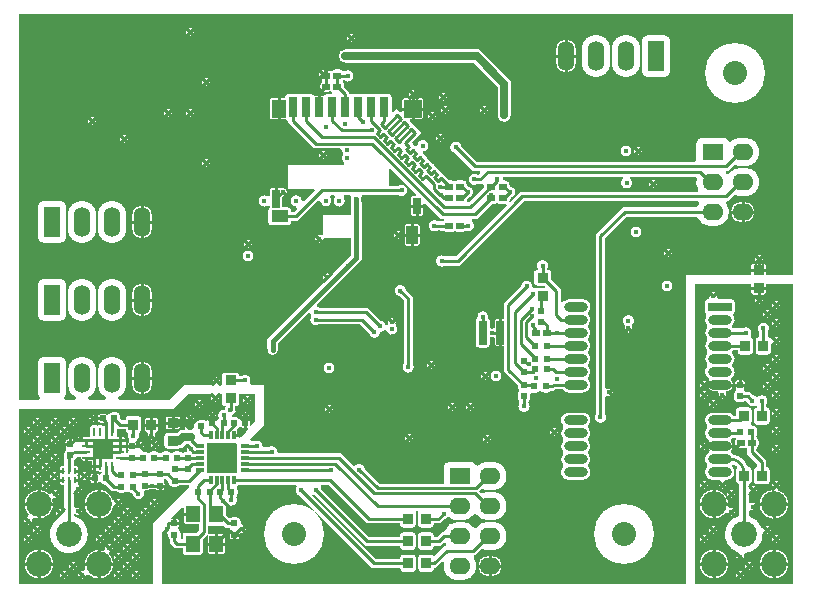
<source format=gbl>
G04 ================== begin FILE IDENTIFICATION RECORD ==================*
G04 Layout Name:  C:/Users/adamf/Desktop/TDP4/PCB_fix_silkscreen/datalogger.brd*
G04 Film Name:    BOT_COPPER*
G04 File Format:  Gerber RS274X*
G04 File Origin:  Cadence Allegro -unreleased*
G04 Origin Date:  Tue Mar 23 19:20:18 2021*
G04 *
G04 Layer:  VIA CLASS/BOTTOM*
G04 Layer:  PIN/BOTTOM*
G04 Layer:  ETCH/BOTTOM*
G04 *
G04 Offset:    (0.00 0.00)*
G04 Mirror:    No*
G04 Mode:      Positive*
G04 Rotation:  0*
G04 FullContactRelief:  No*
G04 UndefLineWidth:     6.00*
G04 ================== end FILE IDENTIFICATION RECORD ====================*
%FSLAX25Y25*MOIN*%
%IR0*IPPOS*OFA0.00000B0.00000*MIA0B0*SFA1.00000B1.00000*%
%ADD15O,.055X.1*%
%ADD16R,.055X.1*%
%ADD31C,.08*%
%AMMACRO24*
4,1,44,.01141,.00531,
.01141,-.00531,
.011338,-.006199,
.011108,-.007061,
.010732,-.007871,
.01022,-.008602,
.00959,-.009234,
.008859,-.009747,
.008051,-.010125,
.007189,-.010356,
.0063,-.010435,
.00629,-.01043,
-.00629,-.01043,
-.007179,-.010358,
-.008041,-.010128,
-.008851,-.009752,
-.009582,-.00924,
-.010214,-.00861,
-.010727,-.007879,
-.011105,-.007071,
-.011336,-.006209,
-.011415,-.00532,
-.01141,-.00531,
-.01141,.00531,
-.011338,.006199,
-.011108,.007061,
-.010732,.007871,
-.01022,.008602,
-.00959,.009234,
-.008859,.009747,
-.008051,.010125,
-.007189,.010356,
-.0063,.010435,
-.00629,.01043,
.00629,.01043,
.007179,.010358,
.008041,.010128,
.008851,.009752,
.009582,.00924,
.010214,.00861,
.010727,.007879,
.011105,.007071,
.011336,.006209,
.011415,.00532,
.01141,.00531,
0.0*
%
%ADD24MACRO24*%
%AMMACRO17*
4,1,44,.00531,-.01141,
-.00531,-.01141,
-.006199,-.011338,
-.007061,-.011108,
-.007871,-.010732,
-.008602,-.01022,
-.009234,-.00959,
-.009747,-.008859,
-.010125,-.008051,
-.010356,-.007189,
-.010435,-.0063,
-.01043,-.00629,
-.01043,.00629,
-.010358,.007179,
-.010128,.008041,
-.009752,.008851,
-.00924,.009582,
-.00861,.010214,
-.007879,.010727,
-.007071,.011105,
-.006209,.011336,
-.00532,.011415,
-.00531,.01141,
.00531,.01141,
.006199,.011338,
.007061,.011108,
.007871,.010732,
.008602,.01022,
.009234,.00959,
.009747,.008859,
.010125,.008051,
.010356,.007189,
.010435,.0063,
.01043,.00629,
.01043,-.00629,
.010358,-.007179,
.010128,-.008041,
.009752,-.008851,
.00924,-.009582,
.00861,-.010214,
.007879,-.010727,
.007071,-.011105,
.006209,-.011336,
.00532,-.011415,
.00531,-.01141,
0.0*
%
%ADD17MACRO17*%
%ADD11C,.01772*%
%AMMACRO32*
4,1,44,.01121,-.00512,
-.01121,-.00512,
-.011689,-.005079,
-.012154,-.004955,
-.012591,-.004753,
-.012985,-.004477,
-.013326,-.004138,
-.013603,-.003744,
-.013807,-.003309,
-.013932,-.002844,
-.013975,-.002365,
-.01397,-.00236,
-.01397,.00236,
-.013933,.002839,
-.013809,.003304,
-.013605,.00374,
-.013329,.004134,
-.012989,.004474,
-.012595,.00475,
-.012159,.004954,
-.011694,.005078,
-.011215,.00512,
-.01121,.00512,
.01121,.00512,
.011689,.005079,
.012154,.004955,
.012591,.004753,
.012985,.004477,
.013326,.004138,
.013603,.003744,
.013807,.003309,
.013932,.002844,
.013975,.002365,
.01397,.00236,
.01397,-.00236,
.013933,-.002839,
.013809,-.003304,
.013605,-.00374,
.013329,-.004134,
.012989,-.004474,
.012595,-.00475,
.012159,-.004954,
.011694,-.005078,
.011215,-.00512,
.01121,-.00512,
0.0*
%
%ADD32MACRO32*%
%AMMACRO30*
4,1,44,.00512,.01121,
.00512,-.01121,
.005079,-.011689,
.004955,-.012154,
.004753,-.012591,
.004477,-.012985,
.004138,-.013326,
.003744,-.013603,
.003309,-.013807,
.002844,-.013932,
.002365,-.013975,
.00236,-.01397,
-.00236,-.01397,
-.002839,-.013933,
-.003304,-.013809,
-.00374,-.013605,
-.004134,-.013329,
-.004474,-.012989,
-.00475,-.012595,
-.004954,-.012159,
-.005078,-.011694,
-.00512,-.011215,
-.00512,-.01121,
-.00512,.01121,
-.005079,.011689,
-.004955,.012154,
-.004753,.012591,
-.004477,.012985,
-.004138,.013326,
-.003744,.013603,
-.003309,.013807,
-.002844,.013932,
-.002365,.013975,
-.00236,.01397,
.00236,.01397,
.002839,.013933,
.003304,.013809,
.00374,.013605,
.004134,.013329,
.004474,.012989,
.00475,.012595,
.004954,.012159,
.005078,.011694,
.00512,.011215,
.00512,.01121,
0.0*
%
%ADD30MACRO30*%
%ADD10C,.08583*%
%ADD12R,.00984X.02165*%
%AMMACRO37*
4,1,44,.00787,-.01141,
-.00787,-.01141,
-.008896,-.011325,
-.009891,-.011059,
-.010825,-.010623,
-.011669,-.010032,
-.012397,-.009304,
-.012988,-.00846,
-.013424,-.007526,
-.01369,-.006531,
-.01378,-.005505,
-.01378,-.0055,
-.01378,.0055,
-.013691,.006526,
-.013425,.007522,
-.012991,.008456,
-.012401,.0093,
-.011673,.010029,
-.010829,.010621,
-.009896,.011057,
-.008901,.011324,
-.007875,.011415,
-.00787,.01141,
.00787,.01141,
.008896,.011325,
.009891,.011059,
.010825,.010623,
.011669,.010032,
.012397,.009304,
.012988,.00846,
.013424,.007526,
.01369,.006531,
.01378,.005505,
.01378,.0055,
.01378,-.0055,
.013691,-.006526,
.013425,-.007522,
.012991,-.008456,
.012401,-.0093,
.011673,-.010029,
.010829,-.010621,
.009896,-.011057,
.008901,-.011324,
.007875,-.011415,
.00787,-.01141,
0.0*
%
%ADD37MACRO37*%
%AMMACRO19*
4,1,40,-.00492,-.01102,
-.00492,.01102,
-.004878,.011499,
-.004754,.011964,
-.00455,.0124,
-.004274,.012794,
-.003934,.013134,
-.00354,.01341,
-.003104,.013614,
-.002639,.013738,
-.00216,.01378,
.00216,.01378,
.002639,.013738,
.003104,.013614,
.00354,.01341,
.003934,.013134,
.004274,.012794,
.00455,.0124,
.004754,.011964,
.004878,.011499,
.00492,.01102,
.00492,-.01102,
.004878,-.011499,
.004754,-.011964,
.00455,-.0124,
.004274,-.012794,
.003934,-.013134,
.00354,-.01341,
.003104,-.013614,
.002639,-.013738,
.00216,-.01378,
-.00216,-.01378,
-.002639,-.013738,
-.003104,-.013614,
-.00354,-.01341,
-.003934,-.013134,
-.004274,-.012794,
-.00455,-.0124,
-.004754,-.011964,
-.004878,-.011499,
-.00492,-.01102,
0.0*
%
%ADD19MACRO19*%
%AMMACRO14*
4,1,40,-.01102,.00492,
.01102,.00492,
.011499,.004878,
.011964,.004754,
.0124,.00455,
.012794,.004274,
.013134,.003934,
.01341,.00354,
.013614,.003104,
.013738,.002639,
.01378,.00216,
.01378,-.00216,
.013738,-.002639,
.013614,-.003104,
.01341,-.00354,
.013134,-.003934,
.012794,-.004274,
.0124,-.00455,
.011964,-.004754,
.011499,-.004878,
.01102,-.00492,
-.01102,-.00492,
-.011499,-.004878,
-.011964,-.004754,
-.0124,-.00455,
-.012794,-.004274,
-.013134,-.003934,
-.01341,-.00354,
-.013614,-.003104,
-.013738,-.002639,
-.01378,-.00216,
-.01378,.00216,
-.013738,.002639,
-.013614,.003104,
-.01341,.00354,
-.013134,.003934,
-.012794,.004274,
-.0124,.00455,
-.011964,.004754,
-.011499,.004878,
-.01102,.00492,
0.0*
%
%ADD14MACRO14*%
%AMMACRO27*
4,1,32,-.04331,-.05118,
.04331,-.05118,
.044678,-.051059,
.046003,-.050703,
.047247,-.050122,
.048371,-.049334,
.049341,-.048362,
.050128,-.047237,
.050707,-.045992,
.051061,-.044666,
.05118,-.04331,
.05118,.04331,
.04331,.05118,
-.04331,.05118,
-.044678,.051059,
-.046003,.050703,
-.047247,.050122,
-.048371,.049334,
-.049341,.048362,
-.050128,.047237,
-.050707,.045992,
-.051061,.044666,
-.05118,.04331,
-.05118,-.04331,
-.051059,-.044678,
-.050703,-.046003,
-.050122,-.047247,
-.049334,-.048371,
-.048362,-.049341,
-.047237,-.050128,
-.045992,-.050707,
-.044666,-.051061,
-.04331,-.05118,
0.0*
%
%ADD27MACRO27*%
%ADD41O,.07X.055*%
%ADD20R,.032X.038*%
%ADD25R,.038X.032*%
%ADD42R,.07X.055*%
%ADD39R,.0315X.05512*%
%AMMACRO21*
4,1,5,-.03347,.03347,
.0256,.03347,
.03347,.0256,
.03347,-.03347,
-.03347,-.03347,
-.03347,.03347,
0.0*
%
%ADD21MACRO21*%
%ADD34R,.0315X.05906*%
%ADD26R,.04724X.05512*%
%AMMACRO13*
4,1,44,-.01141,-.00531,
-.01141,.00531,
-.011338,.006199,
-.011108,.007061,
-.010732,.007871,
-.01022,.008602,
-.00959,.009234,
-.008859,.009747,
-.008051,.010125,
-.007189,.010356,
-.0063,.010435,
-.00629,.01043,
.00629,.01043,
.007179,.010358,
.008041,.010128,
.008851,.009752,
.009582,.00924,
.010214,.00861,
.010727,.007879,
.011105,.007071,
.011336,.006209,
.011415,.00532,
.01141,.00531,
.01141,-.00531,
.011338,-.006199,
.011108,-.007061,
.010732,-.007871,
.01022,-.008602,
.00959,-.009234,
.008859,-.009747,
.008051,-.010125,
.007189,-.010356,
.0063,-.010435,
.00629,-.01043,
-.00629,-.01043,
-.007179,-.010358,
-.008041,-.010128,
-.008851,-.009752,
-.009582,-.00924,
-.010214,-.00861,
-.010727,-.007879,
-.011105,-.007071,
-.011336,-.006209,
-.011415,-.00532,
-.01141,-.00531,
0.0*
%
%ADD13MACRO13*%
%ADD45O,.07874X.0315*%
%ADD38R,.03937X.06102*%
%AMMACRO18*
4,1,44,-.00531,.01141,
.00531,.01141,
.006199,.011338,
.007061,.011108,
.007871,.010732,
.008602,.01022,
.009234,.00959,
.009747,.008859,
.010125,.008051,
.010356,.007189,
.010435,.0063,
.01043,.00629,
.01043,-.00629,
.010358,-.007179,
.010128,-.008041,
.009752,-.008851,
.00924,-.009582,
.00861,-.010214,
.007879,-.010727,
.007071,-.011105,
.006209,-.011336,
.00532,-.011415,
.00531,-.01141,
-.00531,-.01141,
-.006199,-.011338,
-.007061,-.011108,
-.007871,-.010732,
-.008602,-.01022,
-.009234,-.00959,
-.009747,-.008859,
-.010125,-.008051,
-.010356,-.007189,
-.010435,-.0063,
-.01043,-.00629,
-.01043,.00629,
-.010358,.007179,
-.010128,.008041,
-.009752,.008851,
-.00924,.009582,
-.00861,.010214,
-.007879,.010727,
-.007071,.011105,
-.006209,.011336,
-.00532,.011415,
-.00531,.01141,
0.0*
%
%ADD18MACRO18*%
%ADD36R,.0315X.0689*%
%ADD46R,.07874X.0315*%
%ADD35R,.05118X.05906*%
%AMMACRO29*
4,1,44,-.00512,-.01121,
-.00512,.01121,
-.005079,.011689,
-.004955,.012154,
-.004753,.012591,
-.004477,.012985,
-.004138,.013326,
-.003744,.013603,
-.003309,.013807,
-.002844,.013932,
-.002365,.013975,
-.00236,.01397,
.00236,.01397,
.002839,.013933,
.003304,.013809,
.00374,.013605,
.004134,.013329,
.004474,.012989,
.00475,.012595,
.004954,.012159,
.005078,.011694,
.00512,.011215,
.00512,.01121,
.00512,-.01121,
.005079,-.011689,
.004955,-.012154,
.004753,-.012591,
.004477,-.012985,
.004138,-.013326,
.003744,-.013603,
.003309,-.013807,
.002844,-.013932,
.002365,-.013975,
.00236,-.01397,
-.00236,-.01397,
-.002839,-.013933,
-.003304,-.013809,
-.00374,-.013605,
-.004134,-.013329,
-.004474,-.012989,
-.00475,-.012595,
-.004954,-.012159,
-.005078,-.011694,
-.00512,-.011215,
-.00512,-.01121,
0.0*
%
%ADD29MACRO29*%
%AMMACRO28*
4,1,44,-.01121,.00512,
.01121,.00512,
.011689,.005079,
.012154,.004955,
.012591,.004753,
.012985,.004477,
.013326,.004138,
.013603,.003744,
.013807,.003309,
.013932,.002844,
.013975,.002365,
.01397,.00236,
.01397,-.00236,
.013933,-.002839,
.013809,-.003304,
.013605,-.00374,
.013329,-.004134,
.012989,-.004474,
.012595,-.00475,
.012159,-.004954,
.011694,-.005078,
.011215,-.00512,
.01121,-.00512,
-.01121,-.00512,
-.011689,-.005079,
-.012154,-.004955,
-.012591,-.004753,
-.012985,-.004477,
-.013326,-.004138,
-.013603,-.003744,
-.013807,-.003309,
-.013932,-.002844,
-.013975,-.002365,
-.01397,-.00236,
-.01397,.00236,
-.013933,.002839,
-.013809,.003304,
-.013605,.00374,
-.013329,.004134,
-.012989,.004474,
-.012595,.00475,
-.012159,.004954,
-.011694,.005078,
-.011215,.00512,
-.01121,.00512,
0.0*
%
%ADD28MACRO28*%
%ADD40R,.05906X.05906*%
%AMMACRO44*
4,1,44,-.00787,.01141,
.00787,.01141,
.008896,.011325,
.009891,.011059,
.010825,.010623,
.011669,.010032,
.012397,.009304,
.012988,.00846,
.013424,.007526,
.01369,.006531,
.01378,.005505,
.01378,.0055,
.01378,-.0055,
.013691,-.006526,
.013425,-.007522,
.012991,-.008456,
.012401,-.0093,
.011673,-.010029,
.010829,-.010621,
.009896,-.011057,
.008901,-.011324,
.007875,-.011415,
.00787,-.01141,
-.00787,-.01141,
-.008896,-.011325,
-.009891,-.011059,
-.010825,-.010623,
-.011669,-.010032,
-.012397,-.009304,
-.012988,-.00846,
-.013424,-.007526,
-.01369,-.006531,
-.01378,-.005505,
-.01378,-.0055,
-.01378,.0055,
-.013691,.006526,
-.013425,.007522,
-.012991,.008456,
-.012401,.0093,
-.011673,.010029,
-.010829,.010621,
-.009896,.011057,
-.008901,.011324,
-.007875,.011415,
-.00787,.01141,
0.0*
%
%ADD44MACRO44*%
%ADD33R,.05709X.03937*%
%ADD43R,.02756X.07874*%
%AMMACRO23*
4,1,40,.01102,-.00492,
-.01102,-.00492,
-.011499,-.004878,
-.011964,-.004754,
-.0124,-.00455,
-.012794,-.004274,
-.013134,-.003934,
-.01341,-.00354,
-.013614,-.003104,
-.013738,-.002639,
-.01378,-.00216,
-.01378,.00216,
-.013738,.002639,
-.013614,.003104,
-.01341,.00354,
-.013134,.003934,
-.012794,.004274,
-.0124,.00455,
-.011964,.004754,
-.011499,.004878,
-.01102,.00492,
.01102,.00492,
.011499,.004878,
.011964,.004754,
.0124,.00455,
.012794,.004274,
.013134,.003934,
.01341,.00354,
.013614,.003104,
.013738,.002639,
.01378,.00216,
.01378,-.00216,
.013738,-.002639,
.013614,-.003104,
.01341,-.00354,
.013134,-.003934,
.012794,-.004274,
.0124,-.00455,
.011964,-.004754,
.011499,-.004878,
.01102,-.00492,
0.0*
%
%ADD23MACRO23*%
%AMMACRO22*
4,1,40,.00492,.01102,
.00492,-.01102,
.004878,-.011499,
.004754,-.011964,
.00455,-.0124,
.004274,-.012794,
.003934,-.013134,
.00354,-.01341,
.003104,-.013614,
.002639,-.013738,
.00216,-.01378,
-.00216,-.01378,
-.002639,-.013738,
-.003104,-.013614,
-.00354,-.01341,
-.003934,-.013134,
-.004274,-.012794,
-.00455,-.0124,
-.004754,-.011964,
-.004878,-.011499,
-.00492,-.01102,
-.00492,.01102,
-.004878,.011499,
-.004754,.011964,
-.00455,.0124,
-.004274,.012794,
-.003934,.013134,
-.00354,.01341,
-.003104,.013614,
-.002639,.013738,
-.00216,.01378,
.00216,.01378,
.002639,.013738,
.003104,.013614,
.00354,.01341,
.003934,.013134,
.004274,.012794,
.00455,.0124,
.004754,.011964,
.004878,.011499,
.00492,.01102,
0.0*
%
%ADD22MACRO22*%
%ADD47C,.01*%
%ADD48C,.015*%
%ADD49C,.025*%
%ADD50C,.01155*%
%ADD54O,.06504X.11004*%
%ADD53O,.09504X.14004*%
%ADD51C,.02776*%
%ADD56C,.03776*%
%ADD52C,.09586*%
%ADD55C,.20004*%
G75*
%LPD*%
G75*
G36*
G01X-139499Y-100399D02*
Y-42000D01*
X-88400Y-42100D01*
X-83400Y-37100D01*
X-75710D01*
G02X-75394Y-37746I1J-400D01*
G03X-73206I1094J-854D01*
G02X-72890Y-37100I315J246D01*
G01X-72002D01*
Y-40200D01*
G03X-71000Y-41202I1002J0D01*
G01X-70721D01*
Y-41460D01*
X-70752Y-41510D01*
G03X-71031Y-42248I1587J-1022D01*
G02X-71244Y-42418I-198J29D01*
G03X-73029Y-45239I-147J-1882D01*
G03X-73251Y-45546I1105J-1033D01*
G02X-73906Y-45614I-351J192D01*
G03X-73974Y-45541I-774J-653D01*
G02X-74035Y-45040I277J288D01*
G03X-76383I-1174J740D01*
G02X-76444Y-45541I-338J-213D01*
G03X-76690Y-45917I704J-729D01*
G02X-77314Y-46089I-374J140D01*
G03X-78259Y-45758I-944J-1182D01*
G01X-79323D01*
G03X-80651Y-46546I0J-1513D01*
G02X-81306Y-46614I-351J192D01*
G03X-81374Y-46541I-774J-653D01*
G02X-81435Y-46040I277J288D01*
G03X-83783I-1174J740D01*
G02X-83844Y-46541I-338J-213D01*
G03X-84154Y-47270I703J-729D01*
G01Y-48530D01*
G03X-84127Y-48758I1013J4D01*
G02X-84517Y-49248I-390J-90D01*
G01X-85933D01*
X-86883Y-50198D01*
X-90200D01*
G03X-91202Y-51200I0J-1002D01*
G01Y-54400D01*
G03X-90200Y-55402I1002J0D01*
G01X-86400D01*
G03X-85639Y-55052I0J1002D01*
G01X-85367D01*
X-84067Y-53752D01*
X-83001D01*
X-82671Y-54081D01*
X-82841Y-54251D01*
X-82878Y-54266D01*
G03X-83636Y-56071I528J-1283D01*
G01X-83622Y-56108D01*
Y-56346D01*
X-83930D01*
G03X-84916Y-56712I1J-1513D01*
G02X-85188Y-56702I-131J151D01*
G03X-86259Y-56258I-1071J-1069D01*
G01X-87323D01*
G03X-88412Y-56721I0J-1513D01*
G02X-88988I-288J278D01*
G03X-90077Y-56258I-1089J-1050D01*
G01X-91141D01*
G03X-92318Y-56820I0J-1513D01*
G01X-92782D01*
G03X-93959Y-56258I-1177J-951D01*
G01X-95023D01*
G03X-96112Y-56721I0J-1513D01*
G02X-96688I-288J278D01*
G03X-97777Y-56258I-1089J-1050D01*
G01X-97938D01*
G02X-98220Y-55574I0J400D01*
G03X-99940Y-53417I-980J983D01*
G02X-100441Y-53356I-213J338D01*
G03X-100497Y-53303I-724J-709D01*
G02X-100453Y-52671I266J299D01*
G03X-99709Y-50503I-1047J1571D01*
G02X-99583Y-50250I190J63D01*
G03X-98898Y-49300I-316J950D01*
G01Y-45500D01*
G03X-99900Y-44498I-1002J0D01*
G01X-103100D01*
G03X-104102Y-45500I0J-1002D01*
G01Y-45898D01*
X-105267D01*
X-105846Y-45319D01*
Y-44670D01*
G03X-107359Y-43158I-1513J-1D01*
G01X-108423D01*
G03X-109751Y-43946I0J-1513D01*
G02X-110406Y-44014I-351J192D01*
G03X-111177Y-43658I-771J-657D01*
G01X-112241D01*
G03X-113153Y-44231I0J-1013D01*
G02X-113802Y-44336I-361J173D01*
G03Y-46264I-998J-964D01*
G02X-113153Y-46369I288J-278D01*
G03X-112241Y-46942I912J440D01*
G01X-111177D01*
G03X-110655Y-46797I0J1013D01*
G02X-110048Y-47140I207J-343D01*
G01Y-47713D01*
G02X-110259Y-47913I-200J0D01*
G03X-110300Y-47912I-39J-776D01*
G01X-110732D01*
G03X-111025Y-47969I-1J-777D01*
G02X-111258Y-47906I-75J185D01*
G03X-112268Y-47412I-1009J-783D01*
G01X-112700D01*
G03X-113468Y-47669I0J-1276D01*
G03X-114237Y-47412I-768J-1020D01*
G01X-114669D01*
G03X-115946Y-48689I0J-1277D01*
G01Y-50893D01*
G03X-115883Y-51292I1277J-3D01*
G02X-116080Y-51554I-190J-62D01*
G01X-118311D01*
G03X-118703Y-51660I0J-778D01*
G02X-118953Y-51621I-101J173D01*
G03X-121319Y-52157I-1034J-926D01*
G02X-121570Y-52292I-192J56D01*
G03X-121870Y-52246I-302J-967D01*
G01X-123130D01*
G03X-124142Y-53259I1J-1013D01*
G01Y-54323D01*
G03X-123786Y-55094I1013J0D01*
G02X-123854Y-55749I-260J-304D01*
G03X-124642Y-57077I725J-1328D01*
G01Y-58141D01*
G03X-124587Y-58547I1513J-2D01*
G01X-124580Y-58573D01*
Y-61166D01*
X-125461D01*
G03X-125962Y-61668I0J-501D01*
G01Y-63832D01*
G03X-125818Y-64185I501J-1D01*
G02Y-64465I-143J-140D01*
G03X-125962Y-64818I357J-352D01*
G01Y-66982D01*
G03X-125461Y-67484I501J-1D01*
G01X-124580D01*
Y-75405D01*
G02X-125230Y-75717I-400J0D01*
G03X-126680Y-78060I-869J-1082D01*
G02X-126617Y-78750I-167J-363D01*
G03X-121420Y-77808I3617J-5150D01*
G01Y-77323D01*
G02X-121079Y-77182I200J0D01*
G03X-120814Y-75010I980J983D01*
G02X-121420Y-74667I-206J343D01*
G01Y-70366D01*
G02X-120792Y-70038I400J0D01*
G03X-119730Y-67537I793J1139D01*
G02X-120046Y-67073I77J392D01*
G03X-120038Y-66982I-493J89D01*
G01Y-64818D01*
G03X-120182Y-64465I-501J1D01*
G02Y-64185I143J140D01*
G03X-120038Y-63832I-357J352D01*
G01Y-61668D01*
G03X-120539Y-61166I-501J1D01*
G01X-121420D01*
Y-59591D01*
X-121296Y-59540D01*
G03X-120361Y-58249I-574J1400D01*
G01X-120348Y-58064D01*
X-119088D01*
Y-58669D01*
G03X-118311Y-59446I777J0D01*
G01X-116107D01*
G03X-115768Y-59369I2J777D01*
G01X-115726Y-59348D01*
X-115271D01*
Y-59611D01*
X-115307Y-59663D01*
G03X-115446Y-60107I638J-444D01*
G01Y-62311D01*
G03X-114669Y-63088I777J0D01*
G01X-114237D01*
G03X-113730Y-62900I0J778D01*
G02X-113207I262J-303D01*
G03X-112700Y-63088I507J590D01*
G01X-112268D01*
G03X-112228Y-63087I1J777D01*
G02X-112018Y-63287I10J-200D01*
G01Y-63528D01*
X-112078Y-63586D01*
G03X-112351Y-63946I1056J-1084D01*
G02X-113006Y-64014I-351J192D01*
G03X-113777Y-63658I-771J-657D01*
G01X-114841D01*
G03X-115854Y-64670I0J-1013D01*
G01Y-65930D01*
G03X-114841Y-66942I1013J1D01*
G01X-113777D01*
G03X-113006Y-66586I0J1013D01*
G02X-112351Y-66654I304J-260D01*
G03X-111023Y-67442I1328J725D01*
G01X-110570D01*
X-108511Y-69502D01*
X-107277D01*
G03X-106041Y-70142I1236J873D01*
G01X-104977D01*
G03X-103888Y-69679I0J1513D01*
G02X-103312I288J-278D01*
G03X-102251Y-70142I1090J1050D01*
G01X-102171Y-70144D01*
X-101672Y-70642D01*
X-101662Y-70705D01*
G03X-98013Y-69782I1862J314D01*
G02X-97634Y-69254I379J128D01*
G01X-96970D01*
G03X-96211Y-68911I-1J1013D01*
G02X-95953Y-68875I150J-132D01*
G03X-94392Y-68837I753J1166D01*
G02X-94119Y-68875I116J-163D01*
G03X-93330Y-69254I790J634D01*
G01X-92070D01*
G03X-91058Y-68241I-1J1013D01*
G01Y-67177D01*
G03X-91414Y-66406I-1013J0D01*
G02X-91346Y-65751I260J304D01*
G03X-91034Y-65525I-724J1328D01*
G01X-90976Y-65470D01*
X-90570D01*
X-89842Y-66198D01*
Y-66541D01*
G03X-88330Y-68054I1513J0D01*
G01X-87070D01*
G03X-85979Y-67588I-1J1513D01*
G01X-83054D01*
G02X-82771Y-68271I0J-400D01*
G01X-94906Y-80406D01*
X-95000Y-100399D01*
X-139499D01*
G37*
G36*
G01X-91998D02*
X-91919Y-83406D01*
G02X-91224Y-83137I400J-1D01*
G03X-90311Y-83584I1025J937D01*
G02X-89942Y-83982I-31J-399D01*
G01Y-84641D01*
G03X-89302Y-85877I1513J0D01*
G01Y-86775D01*
X-87454Y-88622D01*
X-85100D01*
Y-89877D01*
G03X-84099Y-90878I1001J0D01*
G01X-79375D01*
G03X-78374Y-89877I0J1001D01*
G01Y-85487D01*
X-76925Y-84039D01*
X-76720Y-84244D01*
X-76726Y-84334D01*
Y-89877D01*
G03X-76225Y-90378I501J0D01*
G01X-71501D01*
G03X-71000Y-89877I0J501D01*
G01Y-84365D01*
G03X-71501Y-83864I-501J0D01*
G01X-76225D01*
G03X-76278Y-83866I-8J-501D01*
G01X-76288Y-83867D01*
X-76498D01*
Y-81234D01*
G02X-76286Y-81035I200J0D01*
G03X-76225Y-81036I47J1000D01*
G01X-71501D01*
G03X-71422Y-81033I2J1001D01*
G01X-71330Y-81026D01*
X-70564Y-81792D01*
X-69591D01*
G03X-69154Y-82151I1162J969D01*
G02X-69086Y-82806I-192J-351D01*
G03X-69442Y-83577I657J-771D01*
G01Y-84641D01*
G03X-68430Y-85654I1013J0D01*
G01X-67170D01*
G03X-66158Y-84641I-1J1013D01*
G01Y-83899D01*
G02X-65633Y-83519I400J0D01*
G03X-65245Y-80813I433J1319D01*
G02X-65658Y-80413I-13J400D01*
G01Y-79759D01*
G03X-67170Y-78246I-1513J0D01*
G01X-68430D01*
G03X-69459Y-78651I1J-1513D01*
G01X-70500Y-77610D01*
Y-74523D01*
G03X-70641Y-74010I-1001J1D01*
G02X-70599Y-73756I172J102D01*
G03X-70533Y-73695I-908J1049D01*
G02X-70240Y-73711I139J-144D01*
G03X-67153Y-71561I1449J1210D01*
G03X-66746Y-70530I-1106J1032D01*
G01Y-69270D01*
G03X-66944Y-68522I-1513J0D01*
G02X-66842Y-68009I348J198D01*
G03X-66452Y-67503I-785J1008D01*
G01X-66400Y-67382D01*
X-47310D01*
G02X-47008Y-68044I0J-400D01*
G03X-45896Y-71143I1426J-1237D01*
G01X-45833Y-71153D01*
X-21885Y-95102D01*
X-12502D01*
Y-95500D01*
G03X-11500Y-96502I1002J0D01*
G01X-8300D01*
G03X-7298Y-95500I0J1002D01*
G01Y-91700D01*
G03X-8300Y-90698I-1002J0D01*
G01X-11500D01*
G03X-12502Y-91700I0J-1002D01*
G01Y-92098D01*
X-20641D01*
X-41832Y-70907D01*
X-41593Y-70669D01*
X-41468Y-70725D01*
G03X-41014Y-70862I768J1725D01*
G01X-40951Y-70872D01*
X-24122Y-87702D01*
X-12602D01*
Y-88100D01*
G03X-11600Y-89102I1002J0D01*
G01X-8400D01*
G03X-7398Y-88100I0J1002D01*
G01Y-84300D01*
G03X-8400Y-83298I-1002J0D01*
G01X-11600D01*
G03X-12602Y-84300I0J-1002D01*
G01Y-84698D01*
X-22878D01*
X-38828Y-68749D01*
X-38838Y-68686D01*
G03X-39102Y-67994I-1862J-314D01*
G02X-38764Y-67382I339J212D01*
G01X-36644D01*
X-23724Y-80302D01*
X-12602D01*
Y-80700D01*
G03X-11600Y-81702I1002J0D01*
G01X-8400D01*
G03X-7398Y-80700I0J1002D01*
G01Y-76900D01*
G03X-7464Y-76544I-1002J-2D01*
G02X-7090Y-76002I374J142D01*
G01X-6910D01*
G02X-6536Y-76544I0J-400D01*
G03X-6602Y-76900I936J-358D01*
G01Y-80700D01*
G03X-5600Y-81702I1002J0D01*
G01X-2400D01*
G03X-1398Y-80700I0J1002D01*
G01Y-80302D01*
X714D01*
X2143Y-78872D01*
X2206Y-78862D01*
G03X3351Y-78198I-315J1862D01*
G02X3633Y-78171I154J-127D01*
G03X6650Y-79252I3017J3670D01*
G01X8150D01*
G03X12070Y-77185I0J4751D01*
G02X12730I330J-226D01*
G03X16650Y-79252I3920J2684D01*
G01X18150D01*
G03Y-69748I0J4752D01*
G01X16650D01*
G03X14649Y-70190I0J-4752D01*
G01X14523Y-70249D01*
X13773Y-69500D01*
X14523Y-68751D01*
X14649Y-68810D01*
G03X16650Y-69252I2001J4310D01*
G01X18150D01*
G03Y-59748I0J4752D01*
G01X16650D01*
G03X13370Y-61062I0J-4751D01*
G02X12728Y-60936I-277J289D01*
G03X10900Y-59748I-1829J-814D01*
G01X3900D01*
G03X1898Y-61750I0J-2002D01*
G01Y-67098D01*
X-19328D01*
X-24353Y-62074D01*
X-24363Y-62011D01*
G03X-27585Y-61015I-1862J-314D01*
G02X-28156Y-61021I-288J277D01*
G01X-32278Y-56898D01*
X-53113D01*
G02X-53513Y-56487I0J400D01*
G03X-56545Y-54930I-1887J56D01*
G01X-58113D01*
G02X-58513Y-54518I0J400D01*
G03X-61494Y-52924I-1887J55D01*
G01X-61546Y-52962D01*
X-62251D01*
G02X-62534Y-52279I0J400D01*
G01X-57998Y-47743D01*
Y-34098D01*
X-62293D01*
G02X-62644Y-33506I0J400D01*
G03X-65394Y-31061I-1656J906D01*
G01X-65446Y-31098D01*
X-66187D01*
X-66202Y-30915D01*
G03X-67200Y-29998I-998J-85D01*
G01X-71000D01*
G03X-72002Y-31000I0J-1002D01*
G01Y-34098D01*
X-72489D01*
G02X-72805Y-33453I0J400D01*
G03X-74995I-1095J853D01*
G02X-75311Y-34098I-316J-245D01*
G01X-84643D01*
X-89641Y-39096D01*
X-106309Y-39063D01*
G02X-106486Y-38305I1J400D01*
G03X-103848Y-34050I-2114J4256D01*
G01Y-29550D01*
G03X-113352I-4752J0D01*
G01Y-34050D01*
G03X-110731Y-38297I4751J0D01*
G02X-110911Y-39054I-179J-357D01*
G01X-116270Y-39044D01*
G02X-116450Y-38287I1J400D01*
G03X-113848Y-34050I-2149J4237D01*
G01Y-29550D01*
G03X-123352I-4752J0D01*
G01Y-34050D01*
G03X-120766Y-38279I4751J0D01*
G02X-120950Y-39035I-183J-356D01*
G01X-124294Y-39028D01*
G02X-124552Y-38324I1J400D01*
G03X-123848Y-36800I-1298J1524D01*
G01Y-26800D01*
G03X-125850Y-24798I-2002J0D01*
G01X-131350D01*
G03X-133352Y-26800I0J-2002D01*
G01Y-36800D01*
G03X-132664Y-38310I2001J0D01*
G02X-132927Y-39011I-263J-301D01*
G01X-139499Y-38998D01*
Y89499D01*
X118499D01*
Y2602D01*
X109302D01*
Y5700D01*
G03X108800Y6202I-502J0D01*
G01X105000D01*
G03X104498Y5700I0J-502D01*
G01Y2602D01*
X82798D01*
Y-100399D01*
X-91998D01*
G37*
G36*
G01X-103912Y-56874D02*
Y-56268D01*
G03X-104100Y-55761I-778J0D01*
G02Y-55239I304J261D01*
G03X-103912Y-54732I-590J507D01*
G01Y-54300D01*
G03X-104100Y-53793I-778J0D01*
G02Y-53270I303J261D01*
G03X-103912Y-52763I-590J507D01*
G01Y-52331D01*
G03X-104689Y-51554I-777J0D01*
G01X-106893D01*
X-106920D01*
G02X-107117Y-51292I-7J200D01*
G03X-107054Y-50893I-1214J396D01*
G01Y-49946D01*
X-107053Y-49936D01*
G03X-107046Y-49791I-1494J145D01*
G01Y-48850D01*
G02X-106704Y-48708I200J1D01*
G01X-106511Y-48902D01*
X-104102D01*
Y-49300D01*
G03X-103417Y-50250I1001J0D01*
G02X-103291Y-50503I-64J-190D01*
G03X-102775Y-52493I1791J-597D01*
G02X-102871Y-53148I-270J-295D01*
G03X-103442Y-54059I442J-911D01*
G01Y-55123D01*
G03X-103086Y-55894I1013J0D01*
G02X-103154Y-56549I-260J-304D01*
G03X-103506Y-56814I724J-1328D01*
G01X-103564Y-56874D01*
X-103912D01*
G37*
G36*
G01X-85347Y-85620D02*
G02X-85728Y-85098I0J400D01*
G03X-85658Y-84641I-1443J455D01*
G01Y-83577D01*
G03X-86446Y-82249I-1513J0D01*
G02X-86514Y-81594I192J351D01*
G03X-86158Y-80823I-657J771D01*
G01Y-79759D01*
G03X-87170Y-78746I-1013J0D01*
G01X-88430D01*
G03X-88507Y-78749I1J-1013D01*
G01X-88599Y-78757D01*
X-88805Y-78550D01*
X-85283Y-75028D01*
G02X-84600Y-75311I283J-283D01*
G01Y-80035D01*
G03X-84099Y-80536I501J0D01*
G01X-79502D01*
Y-82368D01*
X-80497Y-83364D01*
X-84099D01*
G03X-85100Y-84365I0J-1001D01*
G01Y-85620D01*
X-85347D01*
G37*
G36*
G01X-62455Y-47955D02*
X-62665Y-47745D01*
X-62654Y-47649D01*
G03X-62646Y-47530I-1005J127D01*
G01Y-46270D01*
G03X-62956Y-45541I-1013J0D01*
G02X-63017Y-45040I277J288D01*
G03X-65365I-1174J740D01*
G02X-65426Y-45541I-338J-213D01*
G03X-65494Y-45614I706J-726D01*
G02X-66149Y-45546I-304J260D01*
G03X-67477Y-44758I-1328J-725D01*
G01X-68541D01*
G03X-68676Y-44764I0J-1513D01*
G02X-68739Y-44370I-18J199D01*
G03X-67568Y-41522I-425J1840D01*
G01X-67598Y-41473D01*
Y-41202D01*
X-67200D01*
G03X-66198Y-40200I0J1002D01*
G01Y-37100D01*
X-61000D01*
Y-46500D01*
X-62455Y-47955D01*
G37*
G36*
G01X-66167Y-51667D02*
G02X-66850Y-51384I-283J283D01*
G01Y-49799D01*
G03X-66947Y-49422I-777J1D01*
G02X-66781Y-48873I350J194D01*
G03X-66149Y-48254I-697J1343D01*
G02X-65494Y-48186I351J-192D01*
G03X-64723Y-48542I771J657D01*
G01X-63659D01*
G03X-63540Y-48535I0J1013D01*
G01X-63444Y-48524D01*
X-63234Y-48734D01*
X-66167Y-51667D01*
G37*
G36*
G01X85800Y-100399D02*
Y-400D01*
X104498D01*
Y-3500D01*
G03X105000Y-4002I502J0D01*
G01X108800D01*
G03X109302Y-3500I0J502D01*
G01Y-400D01*
X118499D01*
Y-100399D01*
X85800D01*
G37*
%LPC*%
G75*
G36*
G01X-90702Y-48400D02*
Y-45200D01*
G02X-90200Y-44698I502J0D01*
G01X-86400D01*
G02X-85898Y-45200I0J-502D01*
G01Y-48400D01*
G02X-86400Y-48902I-502J0D01*
G01X-90200D01*
G02X-90702Y-48400I0J502D01*
G37*
G36*
G01X-93954Y-49802D02*
G03X-94300Y-50402I0J-400D01*
G02X-96700I-1200J-698D01*
G03X-97046Y-49802I-346J200D01*
G01X-97100D01*
G02X-97602Y-49300I0J502D01*
G01Y-45500D01*
G02X-97100Y-44998I502J0D01*
G01X-93900D01*
G02X-93398Y-45500I0J-502D01*
G01Y-49300D01*
G02X-93900Y-49802I-502J0D01*
G01X-93954D01*
G37*
G36*
G01X-108247Y-74518D02*
G02X-108398Y-72561I-4753J618D01*
G03X-107675Y-72662I384J112D01*
G02X-107548Y-74308I1176J-737D01*
G03X-108247Y-74518I-302J-262D01*
G37*
G36*
G01X-135203Y-78903D02*
G02X-136599Y-78015I-1296J-496D01*
G03X-136348Y-77329I-28J399D01*
G02X-129569Y-70553I3348J3429D01*
G03X-128884Y-70302I286J279D01*
G02X-127997Y-71694I1385J-96D01*
G03X-128515Y-72209I-144J-373D01*
G02X-134688Y-78386I-4485J-1691D01*
G03X-135203Y-78903I-141J-374D01*
G37*
G36*
G01X-117115Y-97499D02*
G02X-118003Y-96103I-1384J100D01*
G03X-117486Y-95588I143J374D01*
G02X-111309Y-89415I4486J1688D01*
G03X-110794Y-88897I142J374D01*
G02X-109402Y-89784I1296J498D01*
G03X-109653Y-90469I28J-399D01*
G02X-116429Y-97248I-3347J-3431D01*
G03X-117115Y-97499I-287J-279D01*
G37*
G36*
G01X102350Y20248D02*
X100850D01*
G02Y26752I0J3252D01*
G01X102350D01*
G02Y20248I0J-3252D01*
G37*
G36*
G01X67948Y70457D02*
Y80457D01*
G02X69950Y82458I2002J-1D01*
G01X75450D01*
G02X77452Y80457I1J-2001D01*
G01Y70457D01*
G02X75450Y68456I-2002J1D01*
G01X69950D01*
G02X67948Y70457I-1J2001D01*
G37*
G36*
G01X18150Y-97752D02*
X16650D01*
G02Y-91248I0J3252D01*
G01X18150D01*
G02Y-97752I0J-3252D01*
G37*
G36*
G01X-11023Y12829D02*
Y18931D01*
G02X-10522Y19432I501J0D01*
G01X-6584D01*
G02X-6083Y18931I0J-501D01*
G01Y12829D01*
G02X-6584Y12328I-501J0D01*
G01X-10522D01*
G02X-11023Y12829I0J501D01*
G37*
G36*
G01X19884Y65332D02*
X11967Y73248D01*
X-30800D01*
G02Y77752I0J2252D01*
G01X13833D01*
X24386Y67198D01*
Y55765D01*
G02X19884I-2251J0D01*
G01Y65332D01*
G37*
G36*
G01X-133352Y15200D02*
Y25200D01*
G02X-131350Y27202I2002J0D01*
G01X-125850D01*
G02X-123848Y25200I0J-2002D01*
G01Y15200D01*
G02X-125850Y13198I-2002J0D01*
G01X-131350D01*
G02X-133352Y15200I0J2002D01*
G37*
G36*
G01Y-10800D02*
Y-800D01*
G02X-131350Y1202I2002J0D01*
G01X-125850D01*
G02X-123848Y-800I0J-2002D01*
G01Y-10800D01*
G02X-125850Y-12802I-2002J0D01*
G01X-131350D01*
G02X-133352Y-10800I0J2002D01*
G37*
G36*
G01X64653Y-14195D02*
G03X64614Y-14473I122J-159D01*
G02X62386I-1114J-827D01*
G03X62347Y-14195I-161J119D01*
G02X64653I1153J1495D01*
G37*
G36*
G01X-10628Y-2449D02*
X-8398Y-4678D01*
Y-27055D01*
G02X-11402I-1502J-1145D01*
G01Y-5922D01*
X-12751Y-4572D01*
X-12814Y-4562D01*
G02X-10638Y-2386I314J1862D01*
G01X-10628Y-2449D01*
G37*
G36*
G01X50098Y-61356D02*
G02X48330Y-65808I-1768J-1875D01*
G01X43606D01*
G02X41838Y-61356I0J2577D01*
G03Y-60775I-274J291D01*
G02Y-57026I1768J1875D01*
G03Y-56444I-275J291D01*
G02Y-52695I1768J1875D01*
G03Y-52114I-274J291D01*
G02Y-48364I1768J1875D01*
G03Y-47783I-274J290D01*
G02X43606Y-43332I1768J1874D01*
G01X48330D01*
G02X50098Y-47783I0J-2577D01*
G03Y-48364I274J-291D01*
G02Y-52114I-1768J-1875D01*
G03Y-52695I274J-290D01*
G02Y-56444I-1768J-1875D01*
G03Y-57026I275J-291D01*
G02Y-60775I-1768J-1875D01*
G03Y-61356I274J-290D01*
G37*
G36*
G01X8150Y-99252D02*
X6650D01*
G02X2016Y-93452I0J4751D01*
G03X1343Y-93081I-390J88D01*
G01X-678Y-95102D01*
X-1298D01*
Y-95500D01*
G02X-2300Y-96502I-1002J0D01*
G01X-5500D01*
G02X-6502Y-95500I0J1002D01*
G01Y-91700D01*
G02X-5500Y-90698I1002J0D01*
G01X-2300D01*
G02X-1520Y-91071I0J-1002D01*
G03X-926Y-91103I311J251D01*
G01X2278Y-87898D01*
X2461D01*
G03X2786Y-87266I0J400D01*
G02X2543Y-86890I3865J2764D01*
G03X1915Y-86809I-345J-202D01*
G01X1022Y-87702D01*
X-1398D01*
Y-88100D01*
G02X-2400Y-89102I-1002J0D01*
G01X-5600D01*
G02X-6602Y-88100I0J1002D01*
G01Y-84300D01*
G02X-5600Y-83298I1002J0D01*
G01X-2400D01*
G02X-1398Y-84300I0J-1002D01*
G01Y-84698D01*
X-222D01*
X1478Y-82998D01*
X2142D01*
G02X6650Y-79748I4508J-1501D01*
G01X8150D01*
G02X12070Y-81815I0J-4751D01*
G03X12730I330J226D01*
G02X16650Y-79748I3920J-2684D01*
G01X18150D01*
G02Y-89252I0J-4752D01*
G01X16650D01*
G02X14649Y-88810I0J4752D01*
G01X14523Y-88751D01*
X12372Y-90902D01*
X12188D01*
G03X11875Y-91550I0J-400D01*
G02X8150Y-99252I-3725J-2950D01*
G37*
G36*
G01X30202Y-40154D02*
X30239Y-40206D01*
G02X27161I-1539J-1094D01*
G01X27198Y-40154D01*
Y-39677D01*
G02X26558Y-38441I873J1236D01*
G01Y-37377D01*
G02X27021Y-36288I1513J0D01*
G03Y-35712I-278J288D01*
G02X26557Y-34623I1049J1090D01*
G01Y-34170D01*
X21998Y-29611D01*
Y-21150D01*
X19475D01*
G02X18974Y-20648I1J502D01*
G01Y-18432D01*
G03X18465Y-18047I-400J0D01*
G02X17808Y-18070I-376J1336D01*
G03X17326Y-18462I-82J-392D01*
G01Y-20648D01*
G02X16325Y-21650I-1001J-1D01*
G01X13569D01*
G02X12568Y-20648I1J1002D01*
G01Y-12774D01*
G02X13123Y-11877I1002J0D01*
G02X16771I1824J489D01*
G02X17326Y-12774I-447J-897D01*
G01Y-14960D01*
G03X17808Y-15352I400J0D01*
G02X18465Y-15375I281J-1359D01*
G03X18974Y-14990I109J385D01*
G01Y-12774D01*
G02X19475Y-12272I501J1D01*
G01X21998D01*
Y-6784D01*
X27734Y-1049D01*
X27744Y-986D01*
G02X31484Y-1492I1862J-314D01*
G03X31828Y-1929I398J-41D01*
G02X32319Y-2065I-254J-1871D01*
G02X33000Y-1798I681J-735D01*
G01X35509D01*
G03X35792Y-1116I0J400D01*
G01X35678Y-1002D01*
X33000D01*
G02X31998Y0I0J1002D01*
G01Y3200D01*
G02X33000Y4202I1002J0D01*
G01X33190D01*
G03X33354Y4516I0J200D01*
G02X36446I1546J1084D01*
G03X36610Y4202I164J-114D01*
G01X36800D01*
G02X37802Y3200I0J-1002D01*
G01Y1122D01*
X41002Y-2078D01*
Y-6113D01*
G03X41698Y-6382I400J0D01*
G02X43606Y-5536I1909J-1731D01*
G01X48330D01*
G02X50098Y-9988I0J-2577D01*
G03Y-10569I274J-291D01*
G02Y-14318I-1768J-1874D01*
G03Y-14900I275J-291D01*
G02Y-18649I-1768J-1875D01*
G03Y-19230I274J-290D01*
G02Y-22980I-1768J-1875D01*
G03Y-23561I274J-291D01*
G02Y-27310I-1768J-1874D01*
G03Y-27892I275J-291D01*
G02Y-31641I-1768J-1875D01*
G03Y-32222I274J-290D01*
G02X48330Y-36674I-1768J-1875D01*
G01X43606D01*
G02X41514Y-35602I0J2577D01*
G01X39175D01*
X38675Y-36102D01*
X37777D01*
G02X36541Y-36742I-1236J873D01*
G01X35477D01*
G02X34388Y-36279I0J1513D01*
G03X33812I-288J-278D01*
G02X32723Y-36742I-1089J1050D01*
G01X31659D01*
G02X31313Y-36702I0J1513D01*
G03X30825Y-37151I-92J-389D01*
G02X30842Y-37377I-1496J-226D01*
G01Y-38441D01*
G02X30202Y-39677I-1513J0D01*
G01Y-40154D01*
G37*
G36*
G01X55780Y-43866D02*
G02X52620I-1580J-1034D01*
G01Y16054D01*
X61646Y25080D01*
X86369D01*
G02X87141Y26470I4481J-1580D01*
G03X86829Y27120I-312J250D01*
G01X28754D01*
X7204Y5570D01*
X2284D01*
G02Y8730I-1034J1580D01*
G01X5896D01*
X23085Y25919D01*
X22862Y26142D01*
X22750Y26112D01*
G02X22337Y26058I-411J1538D01*
G01X20763D01*
G02X19700Y26464I-1J1592D01*
G02X18637Y26058I-1062J1186D01*
G01X17925D01*
X12988Y21120D01*
X11600D01*
G03X11358Y20402I0J-400D01*
G02X9357Y17218I-1144J-1502D01*
G02X8237Y16758I-1119J1132D01*
G01X6663D01*
G02X5600Y17164I-1J1592D01*
G02X4537Y16758I-1062J1186D01*
G01X2963D01*
G02X1748Y17320I-1J1592D01*
G01X718D01*
X675Y17364D01*
X-107D01*
X-155Y17334D01*
G02X-109Y20522I-988J1609D01*
G01X1786D01*
G02X2052Y20756I1178J-1071D01*
G01X1938Y21120D01*
X1046D01*
X-4219Y26385D01*
G03X-4902Y26102I-283J-283D01*
G01Y22672D01*
G02X-5403Y22170I-501J-1D01*
G01X-8553D01*
G02X-9054Y22672I1J502D01*
G01Y28184D01*
G02X-8553Y28686I501J1D01*
G01X-7485D01*
G03X-7202Y29368I0J400D01*
G01X-15743Y37909D01*
G03X-16426Y37626I-283J-283D01*
G01Y32280D01*
X-13134D01*
G02Y29120I1034J-1580D01*
G01X-25078D01*
G03X-25458Y28595I0J-400D01*
G02X-25485Y27329I-1792J-595D01*
G01X-25498Y27294D01*
Y26839D01*
X-25448Y26789D01*
Y17006D01*
X-25435Y16971D01*
G02Y15629I-1765J-671D01*
G01X-25448Y15594D01*
Y7584D01*
X-28262Y4770D01*
X-28277Y4736D01*
G02X-29227Y3786I-1723J773D01*
G01X-29261Y3771D01*
X-40361Y-7329D01*
G03X-40184Y-7998I282J-283D01*
G02X-39534Y-8318I-494J-1823D01*
G01X-23358D01*
X-18949Y-12728D01*
X-18886Y-12738D01*
G02X-17368Y-14143I-314J-1862D01*
G03X-16686Y-14318I388J96D01*
G02X-16513Y-14153I1387J-1281D01*
G03X-16472Y-13893I-128J153D01*
G02X-14128I1172J743D01*
G03X-14087Y-14153I169J-107D01*
G02X-17132Y-16057I-1213J-1447D01*
G03X-17814Y-15882I-388J-96D01*
G02X-19079Y-16484I-1386J1282D01*
G03X-19266Y-16671I13J-200D01*
G02X-23012Y-16864I-1884J121D01*
G01X-23022Y-16801D01*
X-25942Y-13882D01*
X-39534D01*
G02X-42067Y-11100I-1145J1502D01*
G02X-42501Y-10315I1388J1280D01*
G03X-43170Y-10138I-386J-105D01*
G01X-53338Y-20305D01*
Y-21694D01*
X-53324Y-21729D01*
G02X-56854I-1765J-671D01*
G01X-56840Y-21694D01*
Y-18855D01*
X-37862Y124D01*
G03X-37866Y694I-283J283D01*
G02X-35903Y2657I966J997D01*
G03X-35333Y2653I287J279D01*
G01X-31738Y6248D01*
X-31723Y6282D01*
G02X-30773Y7232I1723J-773D01*
G01X-30739Y7247D01*
X-28952Y9034D01*
Y14796D01*
X-37713D01*
G03X-38113Y14411I0J-400D01*
G02X-38862Y15694I-1387J50D01*
G03X-38278Y16049I184J355D01*
G01Y22674D01*
X-28952D01*
Y25339D01*
X-29002Y25389D01*
Y27294D01*
X-29015Y27329D01*
G02X-29042Y28595I1765J671D01*
G03X-29422Y29120I-380J125D01*
G01X-31190D01*
G03X-31489Y28455I0J-400D01*
G02X-34311I-1411J-1255D01*
G03X-34610Y29120I-299J265D01*
G01X-35590D01*
G03X-35889Y28455I0J-400D01*
G02X-39182Y27052I-1411J-1255D01*
G03X-39864Y27303I-399J-31D01*
G01X-46666Y20502D01*
X-48890D01*
Y20112D01*
G02X-49892Y19111I-1002J0D01*
G01X-55600D01*
G02X-56602Y20112I0J1001D01*
G01Y24050D01*
G02X-56089Y24924I1002J0D01*
G02X-56102Y25034I489J114D01*
G01Y25389D01*
G03X-56746Y25706I-400J0D01*
G02Y28694I-1154J1494D01*
G03X-56102Y29011I244J317D01*
G01Y30940D01*
G02X-55600Y31442I502J0D01*
G01X-52450D01*
G02X-52179Y31362I-1J-502D01*
G02X-51560Y28713I579J-1262D01*
G03X-51948Y28313I12J-400D01*
G01Y25051D01*
X-49892D01*
G02X-48890Y24050I0J-1001D01*
G01Y23660D01*
X-47974D01*
X-47004Y24631D01*
G03X-47272Y25313I-283J282D01*
G02X-45313Y27272I72J1887D01*
G03X-44631Y27004I400J15D01*
G01X-40986Y30649D01*
G03X-41269Y31332I-283J283D01*
G01X-49892D01*
Y39208D01*
X-31623D01*
G03X-31374Y39922I0J400D01*
G02X-31558Y42711I1174J1478D01*
G03Y42989I-144J139D01*
G02X-32088Y44317I1358J1312D01*
G03X-32488Y44720I-400J3D01*
G01X-41316D01*
X-49896Y53301D01*
Y53939D01*
X-50062Y53968D01*
G02X-50759Y54454I170J987D01*
G01X-55600D01*
G02X-56102Y54955I-1J501D01*
G01Y60861D01*
G02X-55600Y61362I502J-1D01*
G01X-50894D01*
Y61845D01*
G02X-49892Y62847I1002J0D01*
G01X-42411D01*
G02X-41583Y62409I0J-1002D01*
G03X-41364Y62328I166J112D01*
G02X-41230Y62346I133J-483D01*
G01X-38080D01*
G02X-37946Y62328I1J-501D01*
G03X-37727Y62409I53J193D01*
G02X-36899Y62847I828J-564D01*
G01X-35645D01*
G03X-35382Y63549I0J400D01*
G02X-35604Y63785I1043J1203D01*
G03X-35871Y63832I-159J-121D01*
G02X-36463Y63658I-591J918D01*
G01X-38037D01*
G02X-39130Y64750I-1J1092D01*
G01Y65850D01*
G02X-38634Y66765I1092J0D01*
G03Y67435I-218J335D01*
G02X-39129Y68319I597J915D01*
G02X-37484Y70542I729J1181D01*
G01X-36463D01*
G02X-35871Y70368I1J-1092D01*
G03X-35604Y70415I108J168D01*
G02X-34337Y71042I1266J-965D01*
G01X-32763D01*
G02X-31543Y70473I0J-1592D01*
G01X-31483Y70402D01*
X-31146D01*
X-31094Y70439D01*
G02Y67361I1094J-1539D01*
G01X-31146Y67398D01*
X-31483D01*
X-31543Y67327D01*
G02X-31622Y67239I-1224J1019D01*
G03Y66961I144J-139D01*
G02X-31170Y65850I-1141J-1112D01*
G01Y65280D01*
X-29492Y63602D01*
Y62847D01*
X-16427D01*
G02X-15425Y61845I0J-1002D01*
G01Y57125D01*
G03X-14742Y56843I400J0D01*
G01X-13615Y57970D01*
X-12493Y56848D01*
G03X-11810Y57131I283J283D01*
G01Y60861D01*
G02X-11309Y61362I501J0D01*
G01X-9771D01*
G03X-9454Y62007I1J400D01*
G02X-7258I1098J849D01*
G03X-6941Y61362I316J-245D01*
G01X-5403D01*
G02X-4902Y60861I0J-501D01*
G01Y54955D01*
G02X-5403Y54454I-501J0D01*
G01X-9133D01*
G03X-9416Y53771I0J-400D01*
G01X-5526Y49881D01*
X-8740Y46666D01*
X-8504Y46430D01*
G02X-8457Y46381I-1116J-1118D01*
G01X-8322Y46233D01*
X-8315Y46240D01*
X-7564Y45490D01*
G03X-6883Y45743I282J283D01*
G02X-4857Y43717I1883J-143D01*
G03X-5110Y43036I30J-399D01*
G01X-3820Y41746D01*
G02X-3773Y41697I-1116J-1118D01*
G01X-3638Y41549D01*
X-3631Y41556D01*
X-1478Y39404D01*
G02X-1431Y39355I-1116J-1118D01*
G01X-1296Y39207D01*
X-1289Y39214D01*
X3783Y34142D01*
X4437D01*
G02X5500Y33736I1J-1592D01*
G02X6563Y34142I1062J-1186D01*
G01X8137D01*
G02X9729Y32574I0J-1592D01*
G01X9731Y32493D01*
X10271Y31952D01*
X10327Y31939D01*
G02X10214Y28238I-427J-1839D01*
G01X10151Y28228D01*
X9730Y27806D01*
Y27650D01*
G02X9663Y27194I-1593J1D01*
G03X10046Y26680I383J-114D01*
G01X10160D01*
X15470Y31990D01*
Y32450D01*
G02X15471Y32496I1593J-12D01*
G03X14822Y32820I-400J12D01*
G01X13234D01*
G02X13188Y36009I-1034J1580D01*
G01X13236Y35980D01*
X13510D01*
X14146Y36616D01*
G03X13863Y37298I-283J282D01*
G01X11678D01*
X5749Y43228D01*
X5686Y43238D01*
G02X7862Y45414I314J1862D01*
G01X7872Y45351D01*
X12922Y40302D01*
X85699D01*
G03X86099Y40710I0J400D01*
G02X86098Y40750I2000J70D01*
G01Y46250D01*
G02X88100Y48252I2002J0D01*
G01X95100D01*
G02X96928Y47064I-1J-2002D01*
G03X97570Y46938I365J163D01*
G02X100850Y48252I3280J-3437D01*
G01X102350D01*
G02Y38748I0J-4752D01*
G01X100850D01*
G02X98849Y39190I0J4752D01*
G01X98723Y39249D01*
X96772Y37298D01*
X96221D01*
G03X95921Y36635I1J-400D01*
G02X96270Y36185I-3573J-3132D01*
G03X96930I330J226D01*
G02X100850Y38252I3921J-2685D01*
G01X102350D01*
G02Y28748I0J-4752D01*
G01X100850D01*
G02X98798Y29214I0J4751D01*
G01X96704Y27120D01*
X96371D01*
G03X96059Y26470I0J-400D01*
G02X92350Y18748I-3709J-2970D01*
G01X90850D01*
G02X86369Y21920I0J4751D01*
G01X62954D01*
X55780Y14746D01*
Y-35067D01*
G03X56385Y-35410I400J0D01*
G02Y-37790I715J-1190D01*
G03X55780Y-38133I-205J-343D01*
G01Y-43866D01*
G37*
G36*
G01X113456Y-68622D02*
G03X113519Y-69354I189J-352D01*
G02X111629Y-69121I-1520J-4546D01*
G03X111867Y-68427I-31J399D01*
G02X113456Y-68622I933J1028D01*
G37*
G36*
G01X96012Y-36174D02*
G03X95860Y-36503I0J-200D01*
G02X93569Y-36758I-1060J-896D01*
G03X93214Y-36174I-355J184D01*
G01X91638D01*
G02X89958Y-35318I0J2077D01*
G03X89403Y-35227I-323J-235D01*
G02Y-32967I-806J1130D01*
G03X89958Y-32876I232J326D01*
G02X90258Y-32545I1680J-1221D01*
G03X90214Y-31913I-266J299D01*
G02X89870Y-27892I1424J2147D01*
G03Y-27310I-275J291D01*
G02Y-23561I1768J1875D01*
G03Y-22980I-274J290D01*
G02Y-19230I1768J1875D01*
G03Y-18649I-274J291D01*
G02Y-14900I1768J1875D01*
G03Y-14318I-275J291D01*
G02X89506Y-10997I1768J1874D01*
G03X89429Y-10463I-331J225D01*
G02X89062Y-9688I635J775D01*
G01Y-6538D01*
G02X90063Y-5536I1001J1D01*
G01X90171D01*
G03X90536Y-4972I0J400D01*
G02X93064I1264J573D01*
G03X93429Y-5536I365J-164D01*
G01X97937D01*
G02X98938Y-6538I-1J-1002D01*
G01Y-9688D01*
G02X98571Y-10463I-1002J0D01*
G03X98494Y-10997I254J-309D01*
G02X98130Y-14318I-2132J-1447D01*
G03Y-14900I275J-291D01*
G02X98456Y-15272I-1766J-1876D01*
G01X101455D01*
G02X104248Y-17696I1145J-1501D01*
G03X104458Y-18266I349J-195D01*
G02X105110Y-19205I-350J-939D01*
G01Y-23005D01*
G02X104109Y-24006I-1001J0D01*
G01X100909D01*
G02X99908Y-23005I0J1001D01*
G01Y-22606D01*
X98456D01*
G02X98130Y-22980I-2096J1498D01*
G03Y-23561I274J-291D01*
G02Y-27310I-1768J-1874D01*
G03Y-27892I275J-291D01*
G02X97786Y-31913I-1768J-1874D01*
G03X97742Y-32545I222J-333D01*
G02X96362Y-36174I-1380J-1552D01*
G01X96012D01*
G37*
G36*
G01X110109Y-24006D02*
X106909D01*
G02X105908Y-23005I0J1001D01*
G01Y-19205D01*
G02X106824Y-18207I1002J0D01*
G03X107008Y-18008I-16J199D01*
G01Y-16436D01*
G02X110010I1501J1145D01*
G01Y-18008D01*
G03X110194Y-18207I200J0D01*
G02X110951Y-18663I-85J-998D01*
G03X111626Y-18659I336J217D01*
G02X111799Y-20360I1174J-740D01*
G03X111110Y-20638I-289J-277D01*
G01Y-23005D01*
G02X110109Y-24006I-1001J0D01*
G37*
G36*
G01X109600Y-47402D02*
X106400D01*
G02X105398Y-46400I0J1002D01*
G01Y-42600D01*
G02X106315Y-41602I1002J0D01*
G03X106498Y-41403I-17J199D01*
G01Y-41284D01*
G03X105872Y-40954I-400J0D01*
G02X102938Y-39714I-1072J1554D01*
G01X102928Y-39651D01*
X102693Y-39416D01*
X102494D01*
X102435Y-39480D01*
G02X101330Y-39960I-1106J1033D01*
G01X100070D01*
G02X98558Y-38447I1J1513D01*
G01Y-37383D01*
G02X99346Y-36055I1513J0D01*
G03X99414Y-35400I-192J351D01*
G02X99058Y-34629I657J771D01*
G01Y-33565D01*
G02X100070Y-32552I1013J0D01*
G01X101330D01*
G02X102342Y-33565I-1J-1013D01*
G01Y-34629D01*
G02X101986Y-35400I-1013J0D01*
G03X102054Y-36055I260J-304D01*
G02X102491Y-36414I-725J-1328D01*
G01X103937D01*
X105051Y-37528D01*
X105114Y-37538D01*
G02X106120Y-38050I-314J-1862D01*
G03X106680I280J285D01*
G02X109502Y-40545I1320J-1350D01*
G01Y-41403D01*
G03X109685Y-41602I200J0D01*
G02X110602Y-42600I-85J-998D01*
G01Y-46400D01*
G02X109600Y-47402I-1002J0D01*
G37*
G36*
G01X95814Y-76802D02*
G02X96729Y-74679I-3814J2902D01*
G03X97275Y-75114I395J-65D01*
G02X96506Y-76900I525J-1285D01*
G03X95814Y-76802I-373J-144D01*
G37*
G36*
G01X102034Y-90764D02*
G02X99825Y-90411I-1234J-635D01*
G03X99691Y-89754I-281J285D01*
G02X100420Y-77808I2309J5854D01*
G01Y-67316D01*
X100250Y-67290D01*
G02X99398Y-66300I149J990D01*
G01Y-62500D01*
G02X99756Y-61733I1001J0D01*
G03X99781Y-61451I-128J153D01*
G03X99622Y-61278I-2084J-1756D01*
G03X98336Y-60556I-1927J-1926D01*
G02X98130Y-60775I-1977J1653D01*
G03Y-61356I274J-290D01*
G02X96362Y-65808I-1768J-1875D01*
G01X96133D01*
G03X95835Y-66474I0J-400D01*
G02X93765I-1035J-925D01*
G03X93467Y-65808I-298J266D01*
G01X91638D01*
G02X89870Y-61356I0J2577D01*
G03Y-60775I-274J291D01*
G02X90213Y-56753I1768J1875D01*
G03X90258Y-56121I-221J333D01*
G02X89959Y-55792I1378J1553D01*
G03X89404Y-55701I-324J-235D01*
G02Y-53439I-804J1131D01*
G03X89959Y-53348I231J326D01*
G02X90258Y-53018I1680J-1221D01*
G03X90214Y-52386I-266J299D01*
G02X89870Y-48364I1424J2147D01*
G03Y-47783I-274J290D01*
G02X91638Y-43332I1768J1874D01*
G01X96362D01*
G02X98456Y-44406I1J-2576D01*
G01X99398D01*
Y-42600D01*
G02X100400Y-41598I1002J0D01*
G01X103600D01*
G02X104602Y-42600I0J-1002D01*
G01Y-46400D01*
G02X104392Y-47013I-1002J1D01*
G03X104708Y-47658I316J-245D01*
G01X104941D01*
G02X106454Y-49170I0J-1513D01*
G01Y-50430D01*
G02X106187Y-51287I-1513J1D01*
G01X106152Y-51339D01*
Y-51522D01*
X106249Y-51580D01*
G02X107030Y-52950I-811J-1370D01*
G01Y-54050D01*
G02X106152Y-55473I-1592J0D01*
G01Y-55928D01*
X109502Y-59278D01*
Y-61303D01*
G03X109685Y-61502I200J0D01*
G02X110602Y-62500I-85J-998D01*
G01Y-66300D01*
G02X109600Y-67302I-1002J0D01*
G01X106400D01*
G02X105398Y-66300I0J1002D01*
G01Y-62500D01*
G02X106315Y-61502I1002J0D01*
G03X106498Y-61303I-17J199D01*
G01Y-60522D01*
X103148Y-57172D01*
Y-55473D01*
G02X102596Y-55015I715J1423D01*
G03X102329Y-54968I-159J-121D01*
G02X101737Y-55142I-591J918D01*
G01X100163D01*
G02X99070Y-54050I-1J1092D01*
G01Y-52950D01*
G02X99448Y-52124I1093J-1D01*
G03X99403Y-51793I-131J151D01*
G02X99347Y-51764I668J1358D01*
G01X99303Y-51740D01*
X98456D01*
G02X97786Y-52386I-2094J1501D01*
G03X97742Y-53018I222J-333D01*
G02Y-56121I-1380J-1552D01*
G03X97787Y-56753I266J-299D01*
G02X98433Y-57367I-1425J-2147D01*
G02X101856Y-59044I-738J-5838D01*
G02X103327Y-61498I-4160J-4162D01*
G01X103600D01*
G02X104602Y-62500I0J-1002D01*
G01Y-66300D01*
G02X103750Y-67290I-1001J0D01*
G01X103580Y-67316D01*
Y-67792D01*
G03X104253Y-68085I400J-1D01*
G02Y-70113I947J-1014D01*
G03X103580Y-70406I-273J-292D01*
G01Y-73167D01*
G03X104185Y-73510I400J0D01*
G02Y-75890I715J-1190D01*
G03X103580Y-76233I-205J-343D01*
G01Y-77808D01*
G02X107877Y-81650I-1580J-6092D01*
G03X108597Y-81706I373J143D01*
G02X108940Y-83489I1203J-693D01*
G03X108292Y-83808I-248J-314D01*
G02X102367Y-90182I-6292J-92D01*
G03X102034Y-90764I23J-399D01*
G37*
G54D54*
X42700Y75457D03*
X-98600Y20200D03*
Y-5800D03*
Y-31800D03*
G54D53*
X62700Y75457D03*
X52700D03*
X-108600Y20200D03*
Y-5800D03*
X-118600Y20200D03*
Y-5800D03*
G54D51*
X-124499Y-97399D03*
X-121499Y-94399D03*
X-136499Y-85399D03*
X-133499Y-82399D03*
X-136499Y-67399D03*
X-130499D03*
X-133499Y-64399D03*
X-136499Y-61399D03*
X-130499D03*
X-133499Y-58399D03*
X-127499D03*
X-136499Y-55399D03*
X-130499D03*
X-128000Y-64325D03*
X-133499Y-52399D03*
X-127499D03*
X-136499Y-49399D03*
X-130499D03*
X-124499D03*
X-133499Y-46399D03*
X-127499D03*
X-121499D03*
X-106499Y-97399D03*
X-100499D03*
X-103499Y-94399D03*
X-106499Y-91399D03*
X-100499D03*
X-103499Y-88399D03*
X-112499Y-85399D03*
X-106499D03*
X-100499D03*
X-109499Y-82399D03*
X-103499D03*
X-106499Y-79399D03*
X-100499D03*
X-103499Y-76399D03*
X-118000Y-64325D03*
X-97499Y-76399D03*
X-94499Y-73399D03*
X-94399Y-54199D03*
X-79499Y-40399D03*
X-104600Y47800D03*
X-115300Y53700D03*
X-89797Y56500D03*
X-77300Y39700D03*
X-82600Y56600D03*
X-77200Y67000D03*
X-82615Y83600D03*
X-63300Y12809D03*
X-36300Y-42190D03*
X-38373Y42473D03*
X-28900Y81559D03*
X-9600Y-51800D03*
X-2214Y-27600D03*
X-13300Y15880D03*
X-2000Y55400D03*
X4600Y-41600D03*
X10700D03*
X16286Y-52300D03*
X15650Y-31100D03*
X2300Y57435D03*
X15500D03*
X861Y48339D03*
X1600Y62000D03*
X38750Y-49700D03*
X76600Y9750D03*
X66700Y43900D03*
X106900Y8000D03*
X-63499Y-39199D03*
X106900Y-5900D03*
X112800Y-7399D03*
X109800Y-10399D03*
X112800Y-13399D03*
Y-25399D03*
X109800Y-28399D03*
X112800Y-31399D03*
X109800Y-34399D03*
X112800Y-37399D03*
X88800D03*
X91800Y-40399D03*
X112800Y-43399D03*
Y-49399D03*
Y-55399D03*
X88800Y-67399D03*
X97800Y-70399D03*
X91800Y-82399D03*
X112800Y-85399D03*
X88800D03*
X103800Y-94399D03*
X100800Y-97399D03*
G54D56*
X-63309Y8991D03*
X-36300Y-28410D03*
X19350Y-31100D03*
X66100Y17000D03*
X62700Y43900D03*
X76500Y-1000D03*
G54D52*
X-133000Y-93900D03*
X92000D03*
X112000D03*
G54D55*
X-48000Y-83900D03*
X62000D03*
X99000Y70000D03*
%LPD*%
G75*
G36*
G01X24068Y26902D02*
X23845Y27125D01*
X23875Y27237D01*
G03X23930Y27650I-1538J415D01*
G01Y27906D01*
X24251Y28228D01*
X24314Y28238D01*
G03Y31962I-314J1862D01*
G01X24251Y31972D01*
X23930Y32294D01*
Y32450D01*
G03X22337Y34042I-1592J0D01*
G01X22051D01*
G02X21651Y34435I0J400D01*
G03X21601Y34830I-1888J-38D01*
G02X21991Y35320I390J90D01*
G01X61337D01*
G02X61610Y34628I0J-400D01*
G03X64190I1290J-1378D01*
G02X64463Y35320I273J292D01*
G01X85898D01*
G02X86283Y34810I1J-400D01*
G03X86874Y30898I4567J-1311D01*
G02X86539Y30280I-335J-218D01*
G01X27446D01*
X24068Y26902D01*
G37*
%LPC*%
G75*
G54D51*
X71600Y32800D03*
%LPD*%
G75*
G54D10*
X-133000Y-93900D03*
Y-73900D03*
X-123000Y-83900D03*
X-113000Y-93900D03*
Y-73900D03*
X92000Y-93900D03*
Y-73900D03*
X112000Y-93900D03*
Y-73900D03*
X102000Y-83900D03*
G54D20*
X-101500Y-47400D03*
X-95500D03*
X-3900Y-93600D03*
X-9900D03*
X-4000Y-86200D03*
X-10000D03*
X-4000Y-78800D03*
X-10000D03*
X108000Y-64400D03*
X102000D03*
X108000Y-44500D03*
X102000D03*
X108509Y-21105D03*
X102509D03*
G54D11*
X-136499Y-79399D03*
Y-85399D03*
Y-61399D03*
Y-67399D03*
Y-49399D03*
Y-55399D03*
X-134499Y-15399D03*
Y-5399D03*
Y84601D03*
Y74601D03*
X-121499Y-94399D03*
X-118499Y-97399D03*
X-124499D03*
X-133499Y-82399D03*
X-120099Y-76199D03*
X-126099Y-76799D03*
X-118000Y-64325D03*
X-128000D03*
X-130499Y-61399D03*
X-133499Y-64399D03*
X-130499Y-67399D03*
X-127499Y-70399D03*
X-119999Y-68899D03*
X-119987Y-52547D03*
X-121499Y-46399D03*
X-127499D03*
X-133499D03*
X-124499Y-49399D03*
X-130499D03*
X-127499Y-52399D03*
X-133499D03*
X-130499Y-55399D03*
X-127499Y-58399D03*
X-133499D03*
X-124499Y-15399D03*
X-119499Y-20399D03*
X-129499D03*
X-124499Y4601D03*
X-119499Y9601D03*
X-129499D03*
X-124499Y34601D03*
X-119499Y49601D03*
Y59601D03*
X-129499D03*
X-124499Y84601D03*
X-119499Y79601D03*
X-129499D03*
X-124499Y74601D03*
X-103499Y-94399D03*
X-106499Y-97399D03*
X-103499Y-76399D03*
X-106499Y-79399D03*
X-103499Y-82399D03*
X-109499D03*
X-106499Y-85399D03*
X-112499D03*
X-103499Y-88399D03*
X-109499D03*
X-106499Y-91399D03*
Y-73399D03*
X-101500Y-51100D03*
X-114800Y-45300D03*
X-104499Y4601D03*
X-114499D03*
X-109499Y39601D03*
X-104499Y34601D03*
X-114499D03*
X-109499Y29601D03*
X-104600Y47800D03*
X-115300Y53700D03*
X-109499Y49601D03*
X-114499Y44601D03*
X-109499Y69601D03*
Y59601D03*
X-114499Y84601D03*
X-109499Y79601D03*
X-114499Y74601D03*
X-84499Y-95399D03*
X-100499Y-97399D03*
X-90200Y-82200D03*
X-97499Y-76399D03*
X-100499Y-79399D03*
Y-85399D03*
Y-91399D03*
X-99800Y-70391D03*
X-95200Y-67709D03*
X-94499Y-73399D03*
X-99200Y-54591D03*
X-95500Y-51100D03*
X-94399Y-54199D03*
X-89499Y-30399D03*
Y-10399D03*
X-84499Y-25399D03*
X-94499D03*
X-84499Y4601D03*
X-94499D03*
X-89499Y-399D03*
X-84499Y-5399D03*
X-89499Y19601D03*
X-84499Y14601D03*
X-94499D03*
X-89499Y39601D03*
X-99499D03*
X-84499Y34601D03*
X-94499D03*
X-89499Y29601D03*
X-99499D03*
X-84499Y24601D03*
X-89797Y56500D03*
X-89499Y59601D03*
X-99499D03*
X-89499Y79601D03*
X-99499D03*
X-74499Y-95399D03*
X-71500Y-72700D03*
X-68791Y-72500D03*
X-82200Y-51600D03*
X-71391Y-44300D03*
X-69164Y-42530D03*
X-75209Y-44300D03*
X-82609Y-45300D03*
X-82350Y-55550D03*
X-73900Y-32600D03*
X-79499Y-30399D03*
X-74300Y-38600D03*
X-79499Y-40399D03*
X-69499Y-10399D03*
X-74499Y-15399D03*
Y-25399D03*
Y4601D03*
X-79499Y-399D03*
Y19601D03*
X-69499Y9601D03*
X-77300Y39700D03*
X-74499Y34601D03*
X-69499Y29601D03*
X-79499D03*
X-74499Y24601D03*
X-82600Y56600D03*
X-77200Y67000D03*
X-79499Y59601D03*
X-82615Y83600D03*
X-54499Y-95399D03*
X-64499D03*
X-65200Y-82200D03*
X-59499Y-80399D03*
Y-90399D03*
Y-70399D03*
X-64499Y-75399D03*
X-54499Y-45399D03*
X-55400Y-56431D03*
X-60400Y-54463D03*
X-64191Y-44300D03*
X-59499Y-30399D03*
X-54499Y-35399D03*
X-64300Y-32600D03*
X-63499Y-39199D03*
X-59499Y-20399D03*
X-64499Y-25399D03*
X-55089Y-22400D03*
X-54499Y-5399D03*
X-64499D03*
X-63300Y12809D03*
X-54499Y14601D03*
X-63309Y8991D03*
X-51600Y30100D03*
X-54499Y34601D03*
X-64499D03*
Y24601D03*
X-57900Y27200D03*
X-59499Y49601D03*
X-34499Y-95399D03*
X-44499D03*
X-34499Y-85399D03*
X-35600Y-62337D03*
X-40700Y-69000D03*
X-45582Y-69281D03*
X-34499Y-45399D03*
X-44499D03*
X-39499Y-50399D03*
X-49499D03*
X-36300Y-42190D03*
X-39499Y-30399D03*
X-49499D03*
X-34499Y-35399D03*
X-44499D03*
X-39499Y-40399D03*
X-49499D03*
X-36300Y-28410D03*
X-39499Y-20399D03*
X-49499D03*
X-44499Y-25399D03*
X-40679Y-9820D03*
Y-12380D03*
X-36900Y1691D03*
X-49499Y-399D03*
X-34499Y-5399D03*
X-39500Y14461D03*
X-49499Y9601D03*
X-37300Y27200D03*
X-47200D03*
X-38373Y42473D03*
X-49499Y49601D03*
X-37400Y51900D03*
X-38400Y69500D03*
X-39499Y79601D03*
X-24499Y-95399D03*
X-29499Y-90399D03*
X-19499Y-60399D03*
X-26225Y-62325D03*
X-24499Y-45399D03*
X-19499Y-50399D03*
X-29499D03*
X-24499Y-55399D03*
X-19499Y-30399D03*
X-24499Y-35399D03*
X-19499Y-40399D03*
X-29499D03*
Y-20399D03*
X-24499Y-25399D03*
X-19200Y-14600D03*
X-21150Y-16550D03*
X-24499Y-5399D03*
X-30000Y5509D03*
X-19499Y19601D03*
X-27200Y16300D03*
X-32900Y27200D03*
X-27250Y28000D03*
X-30900Y52800D03*
X-30200Y41400D03*
Y44300D03*
X-22100Y50700D03*
X-25000Y53571D03*
X-19499Y69601D03*
X-24499Y64601D03*
X-30000Y68900D03*
X-28900Y81559D03*
X-24499Y84601D03*
X-19499Y79601D03*
X-30800Y75500D03*
X-9499Y-60399D03*
X-9600Y-51800D03*
X-4499Y-45399D03*
X-14499D03*
X-4499Y-55399D03*
X-2214Y-27600D03*
X-9499Y-40399D03*
X-9900Y-28200D03*
X-15300Y-13150D03*
Y-15600D03*
X-12500Y-2700D03*
X-13300Y15880D03*
X-12100Y30700D03*
X-2000Y55400D03*
X-5000Y45600D03*
X-8356Y62856D03*
X-11700Y70000D03*
X-4499Y64601D03*
X-14499D03*
X-5300Y87400D03*
X-14499Y84601D03*
X1892Y-77000D03*
X5501Y-45399D03*
X10501Y-50399D03*
X501D03*
X4600Y-41600D03*
X10700D03*
X10501Y-10399D03*
X501D03*
X5501Y-15399D03*
X14947Y-11388D03*
X10501Y-399D03*
X501D03*
X5501Y-5399D03*
X1250Y7150D03*
X5501Y14601D03*
X10214Y18900D03*
X-1143Y18943D03*
X9900Y30100D03*
X800Y32000D03*
X12200Y34400D03*
X918Y29146D03*
X861Y48339D03*
X5501Y54601D03*
X6000Y45100D03*
X1600Y62000D03*
X2300Y57435D03*
X501Y69601D03*
X5501Y84601D03*
X9700Y82800D03*
X501Y79601D03*
X25501Y-95399D03*
Y-85399D03*
X30501Y-90399D03*
Y-70399D03*
X16286Y-52300D03*
X25501Y-45399D03*
X20501Y-50399D03*
X15650Y-31100D03*
X15501Y-35399D03*
X28700Y-41300D03*
X30300Y-27200D03*
X19350Y-31100D03*
X31609Y-14000D03*
X18089Y-16711D03*
X31500Y-11300D03*
X25501Y4601D03*
X15501D03*
X20501Y-399D03*
X15501Y-5399D03*
X31574Y-3800D03*
X31300Y-8700D03*
X29606Y-1300D03*
X25501Y14601D03*
X20501Y9601D03*
X24000Y30100D03*
X19763Y34400D03*
X17834Y29300D03*
X15501Y54601D03*
X30501Y49601D03*
X20501D03*
X25501Y44601D03*
X15501D03*
X22135Y55765D03*
X15500Y57435D03*
X15501Y64601D03*
X25600Y87600D03*
X15501Y84601D03*
X30501Y79601D03*
X45501Y-95399D03*
X35501D03*
X45501Y-85399D03*
X35501D03*
X40501Y-90399D03*
Y-70399D03*
X38750Y-49700D03*
X32600Y-31700D03*
X39550Y-32091D03*
X39600Y-16774D03*
X45501Y4601D03*
X34900Y5600D03*
X45501Y14601D03*
X35501D03*
X45501Y24601D03*
X35501D03*
X45501Y54601D03*
X35501D03*
X40501Y59601D03*
X45501Y84601D03*
X35501D03*
Y74601D03*
X55501Y-95399D03*
X50501Y-80399D03*
Y-90399D03*
X60501Y-70399D03*
X54200Y-44900D03*
X57100Y-36600D03*
X50501Y-40399D03*
X63500Y-15300D03*
X60501Y-20399D03*
X63500Y-12700D03*
X62900Y33250D03*
X55501Y54601D03*
X62700Y43900D03*
X60501Y59601D03*
X50501D03*
X55501Y84601D03*
X75501Y-95399D03*
X65501D03*
X75501Y-85399D03*
X70501Y-60399D03*
X75501Y-65399D03*
X65501D03*
X70501Y-70399D03*
X75501Y-75399D03*
Y-55399D03*
X65501Y-25399D03*
X76500Y-1000D03*
X76600Y9750D03*
X75501Y14601D03*
X70501Y9601D03*
X66100Y17000D03*
X71600Y32800D03*
X66700Y43900D03*
X75501Y54601D03*
X65501D03*
X80501Y49601D03*
Y69601D03*
X75501Y64601D03*
X65501D03*
X80501Y59601D03*
X70501D03*
X75501Y84601D03*
X65501D03*
X80501Y79601D03*
X97800Y-76399D03*
X91800Y-82399D03*
X88800Y-85399D03*
X94800Y-67399D03*
X88800D03*
X97800Y-70399D03*
X88600Y-54570D03*
X88597Y-34097D03*
X94800Y-37399D03*
X88800D03*
X91800Y-40399D03*
Y-4399D03*
X95501Y14601D03*
X85501D03*
X90501Y9601D03*
X95501Y54601D03*
X85501D03*
X90501Y49601D03*
X85501Y64601D03*
X90501Y59601D03*
X95501Y84601D03*
X85501D03*
X90501Y79601D03*
X85501Y74601D03*
X103800Y-94399D03*
X100800Y-97399D03*
X109800Y-82399D03*
X112800Y-85399D03*
X100800Y-91399D03*
X112800Y-67399D03*
X105200Y-69099D03*
X104900Y-74700D03*
X112800Y-43399D03*
Y-49399D03*
Y-55399D03*
X108000Y-39400D03*
X109800Y-28399D03*
X112800Y-31399D03*
X109800Y-34399D03*
X112800Y-37399D03*
X104800Y-39400D03*
X102600Y-16774D03*
X108509Y-15291D03*
X109800Y-10399D03*
X112800Y-13399D03*
Y-19399D03*
Y-25399D03*
X106900Y-5900D03*
X112800Y-7399D03*
X106900Y8000D03*
X110501Y19601D03*
X105501Y14601D03*
X110501Y9601D03*
X100501D03*
X110501Y39601D03*
Y29601D03*
X105501Y54601D03*
X110501Y49601D03*
X100501D03*
X110501Y69601D03*
Y59601D03*
X105501Y84601D03*
X110501Y79601D03*
X115501Y14601D03*
X115600Y34500D03*
X115501Y24601D03*
Y54601D03*
Y44601D03*
Y64601D03*
Y84601D03*
Y74601D03*
G54D21*
X-111500Y-55500D03*
G54D12*
X-124969Y-65900D03*
X-123000D03*
X-121031D03*
Y-62750D03*
X-123000D03*
X-124969D03*
G54D30*
X-69831Y-50920D03*
X-71800D03*
X-73769D03*
X-75737D03*
X-67863D03*
G54D22*
X-108547Y-49791D03*
X-110516D03*
X-112484D03*
X-114453D03*
G54D40*
X-8356Y57908D03*
G54D13*
X-122500Y-57609D03*
Y-53791D03*
X-101800Y-58409D03*
Y-54591D03*
X-87800Y-84109D03*
Y-80291D03*
X-87700Y-66009D03*
Y-62191D03*
X-83300Y-62209D03*
Y-58391D03*
X28700Y-37909D03*
Y-34091D03*
X100700Y-37915D03*
Y-34097D03*
G54D31*
X-48000Y-83900D03*
X62000D03*
X99000Y70000D03*
G54D50*
G01X-123000Y-65900D02*
Y-83900D01*
G01X-122500Y-57609D02*
X-122661Y-57770D01*
G03X-123000Y-58588I817J-818D01*
G01Y-62750D01*
G01X-117209Y-56484D02*
X-120482D01*
G03X-122024Y-57123I0J-2180D01*
G01X-122500Y-57599D01*
Y-57609D01*
G01X-105509Y-64000D02*
X-107392D01*
X-108547Y-62845D01*
Y-61209D01*
G01X-97600Y-63891D02*
X-101582D01*
X-101691Y-64000D01*
G01X-105791Y-58453D02*
X-101844D01*
X-101800Y-58409D01*
G01D02*
X-101791Y-58400D01*
X-98309D01*
G01X-83300Y-62209D02*
X-83318Y-62191D01*
X-87700D01*
G01X-97600Y-63891D02*
X-92700D01*
G01D02*
X-89916D01*
X-87798Y-66009D01*
X-87700D01*
G01D02*
X-82952D01*
X-79280Y-62337D01*
G01X-90609Y-58400D02*
X-94491D01*
G01X-86791D02*
X-83309D01*
X-83300Y-58391D01*
G01X-79280Y-60369D02*
X-81869D01*
X-83300Y-61800D01*
Y-62209D01*
G01Y-58391D02*
X-79289D01*
X-79280Y-58400D01*
G01X-12100Y30700D02*
X-38701D01*
X-47320Y22081D01*
X-52746D01*
G01X-22100Y50700D02*
X-32069D01*
X-35324Y53955D01*
Y58400D01*
G01X-43986D02*
Y53955D01*
X-38531Y48500D01*
X-21398D01*
X2000Y25100D01*
X10814D01*
X17614Y31900D01*
X17850D01*
G01X-48317Y58400D02*
Y53955D01*
X-40662Y46300D01*
X-21900D01*
X1700Y22700D01*
X12334D01*
X17834Y28200D01*
G01X-18002Y58400D02*
Y53694D01*
X-18904Y52792D01*
X-17731Y51619D01*
X-13615Y55736D01*
X-12444Y54565D01*
X-16560Y50448D01*
X-15389Y49277D01*
X-11273Y53394D01*
X-10102Y52223D01*
X-14218Y48106D01*
X-13047Y46935D01*
X-8931Y51052D01*
X-7760Y49881D01*
X-10974Y46666D01*
X-9621Y45313D01*
X-10523Y44411D01*
X-9352Y43240D01*
X-8450Y44142D01*
X-7279Y42971D01*
X-8181Y42069D01*
X-7010Y40898D01*
X-6108Y41800D01*
X-4937Y40629D01*
X-5839Y39727D01*
X-4668Y38556D01*
X-3766Y39458D01*
X-2595Y38287D01*
X-3497Y37385D01*
X-2326Y36214D01*
X-1424Y37116D01*
X-253Y35945D01*
X-1155Y35043D01*
X16Y33872D01*
X918Y34774D01*
X3650Y32042D01*
Y32000D01*
G01X-26663Y58400D02*
Y55263D01*
X-25000Y53600D01*
Y53571D01*
G01X918Y29146D02*
X877D01*
X-1164Y31187D01*
Y32709D01*
X-4080Y35625D01*
X-5130Y34575D01*
X-6301Y35746D01*
X-5251Y36796D01*
X-6422Y37967D01*
X-7472Y36917D01*
X-8643Y38088D01*
X-7593Y39138D01*
X-8764Y40309D01*
X-9814Y39259D01*
X-10985Y40430D01*
X-9935Y41480D01*
X-11106Y42651D01*
X-12156Y41601D01*
X-13327Y42772D01*
X-12277Y43822D01*
X-13448Y44993D01*
X-14498Y43943D01*
X-15669Y45114D01*
X-14619Y46164D01*
X-15790Y47335D01*
X-16840Y46285D01*
X-18011Y47456D01*
X-16961Y48506D01*
X-18132Y49677D01*
X-19182Y48627D01*
X-20353Y49798D01*
X-19303Y50848D01*
X-22332Y53877D01*
Y58400D01*
G01X1250Y7150D02*
X6550D01*
X28100Y28700D01*
X96050D01*
X100850Y33500D01*
X101600D01*
G01X-1143Y18943D02*
X1329D01*
X1372Y18900D01*
X3750D01*
G01X3650Y32000D02*
X800D01*
G01X12200Y34400D02*
X14164D01*
X16664Y36900D01*
X87450D01*
X90850Y33500D01*
X91600D01*
G01X3650Y28200D02*
X1900D01*
X954Y29146D01*
X918D01*
G01X17850Y31900D02*
X19763Y33813D01*
Y34400D01*
G01X17834Y28200D02*
X17850D01*
G01X17834Y29300D02*
Y28200D01*
G01X54200Y-44900D02*
Y15400D01*
X62300Y23500D01*
X91600D01*
G01X102000Y-64400D02*
Y-63205D01*
G03X100739Y-60161I-4305J0D01*
G03X97695Y-58900I-3044J-3044D01*
G01X94000D01*
G01X102000Y-64400D02*
Y-83900D01*
G54D23*
X-105791Y-58453D03*
Y-56484D03*
Y-54516D03*
Y-52547D03*
G54D41*
X17400Y-94500D03*
X7400D03*
X17400Y-84500D03*
X7400D03*
X17400Y-74500D03*
X7400D03*
X17400Y-64500D03*
X101600Y23500D03*
X91600D03*
X101600Y33500D03*
X91600D03*
X101600Y43500D03*
G54D14*
X-117209Y-52547D03*
Y-54516D03*
Y-56484D03*
Y-58453D03*
G54D32*
X-64320Y-62337D03*
Y-60369D03*
Y-58400D03*
Y-56431D03*
Y-54463D03*
G54D33*
X-52746Y22081D03*
G54D42*
X7400Y-64500D03*
X91600Y43500D03*
G54D24*
X-97600Y-63891D03*
Y-67709D03*
X-92700Y-63891D03*
Y-67709D03*
X-67800Y-80291D03*
Y-84109D03*
X28700Y-25991D03*
Y-29809D03*
X34400Y-9391D03*
Y-13209D03*
G54D15*
X-118600Y-31800D03*
Y-5800D03*
Y20200D03*
X-98600Y-31800D03*
X-108600D03*
X-98600Y-5800D03*
X-108600D03*
X-98600Y20200D03*
X-108600D03*
X42700Y75457D03*
X52700D03*
X62700D03*
G54D43*
X14947Y-16711D03*
X20853D03*
G54D34*
X-54025Y27987D03*
G54D25*
X-88300Y-52800D03*
Y-46800D03*
X-69100Y-38600D03*
Y-32600D03*
X34900Y-4400D03*
Y1600D03*
X106900Y4100D03*
Y-1900D03*
G54D16*
X-128600Y-31800D03*
Y-5800D03*
Y20200D03*
X72700Y75457D03*
G54D44*
X3750Y18900D03*
X7450D03*
X3650Y32000D03*
X7350D03*
X3650Y28200D03*
X7350D03*
X17850Y31900D03*
X21550D03*
X17850Y28200D03*
X21550D03*
G54D35*
X-53041Y57908D03*
G54D26*
X-73863Y-87121D03*
Y-77279D03*
X-81737D03*
Y-87121D03*
G54D17*
X-101691Y-64000D03*
X-105509D03*
X-110491Y-65300D03*
X-114309D03*
X-94491Y-58400D03*
X-98309D03*
X-75991Y-69900D03*
X-79809D03*
X-68791D03*
X-72609D03*
X-68009Y-46900D03*
X-71391D03*
X-75209D03*
X-64191D03*
G54D36*
X-48317Y58400D03*
X-43986D03*
X-39655D03*
X-35324D03*
X-30994D03*
X-26663D03*
X-22332D03*
X-18002D03*
G54D18*
X-105509Y-68000D03*
X-101691D03*
X-111709Y-45300D03*
X-107891D03*
X-90609Y-58400D03*
X-86791D03*
X-82609Y-47900D03*
X-78791D03*
X32491Y-28900D03*
X36309D03*
X32191Y-34600D03*
X36009D03*
X32491Y-25400D03*
X36309D03*
X32491Y-21100D03*
X36309D03*
X100591Y-49800D03*
X104409D03*
G54D45*
X45968Y-58900D03*
Y-63231D03*
Y-45908D03*
Y-50239D03*
Y-54570D03*
Y-25436D03*
Y-29766D03*
Y-34097D03*
Y-12444D03*
Y-16774D03*
Y-21105D03*
Y-8113D03*
X94000Y-63231D03*
Y-58900D03*
Y-54570D03*
Y-50239D03*
Y-45908D03*
Y-34097D03*
Y-29766D03*
Y-25436D03*
Y-21105D03*
Y-16774D03*
Y-12444D03*
G54D27*
X-71800Y-58400D03*
G54D28*
X-79280Y-60369D03*
Y-62337D03*
Y-54463D03*
Y-56431D03*
Y-58400D03*
G54D46*
X94000Y-8113D03*
G54D19*
X-114453Y-61209D03*
X-112484D03*
X-110516D03*
X-108547D03*
G54D37*
X-37250Y65300D03*
Y68900D03*
X-33550Y65300D03*
Y68900D03*
X36250Y-16800D03*
X32550D03*
X104650Y-53500D03*
X100950D03*
G54D47*
G01X-137994Y-93900D02*
X-133000D01*
G01X-137822Y-80722D02*
X-136499Y-79399D01*
G01X-137822Y-78076D02*
X-136499Y-79399D01*
G01D02*
X-135176Y-80722D01*
G01X-134822Y-83722D02*
X-133499Y-82399D01*
G01X-134822Y-81076D02*
X-133499Y-82399D01*
G01X-137822Y-86722D02*
X-136499Y-85399D01*
G01D02*
X-135176Y-84076D01*
G01X-137822D02*
X-136499Y-85399D01*
G01D02*
X-135176Y-86722D01*
G01X-134822Y-59722D02*
X-133499Y-58399D01*
G01X-137822Y-62722D02*
X-136499Y-61399D01*
G01D02*
X-135176Y-60076D01*
G01X-137822D02*
X-136499Y-61399D01*
G01D02*
X-135176Y-62722D01*
G01X-134822Y-65722D02*
X-133499Y-64399D01*
G01X-134822Y-63076D02*
X-133499Y-64399D01*
G01X-137822Y-68722D02*
X-136499Y-67399D01*
G01D02*
X-135176Y-66076D01*
G01X-137822D02*
X-136499Y-67399D01*
G01D02*
X-135176Y-68722D01*
G01X-137994Y-73900D02*
X-133000D01*
G01X-134822Y-47722D02*
X-133499Y-46399D01*
G01X-134822Y-45076D02*
X-133499Y-46399D01*
G01X-137822Y-50722D02*
X-136499Y-49399D01*
G01D02*
X-135176Y-48076D01*
G01X-137822D02*
X-136499Y-49399D01*
G01D02*
X-135176Y-50722D01*
G01X-134822Y-53722D02*
X-133499Y-52399D01*
G01X-134822Y-51076D02*
X-133499Y-52399D01*
G01X-137822Y-56722D02*
X-136499Y-55399D01*
G01D02*
X-135176Y-54076D01*
G01X-137822D02*
X-136499Y-55399D01*
G01D02*
X-135176Y-56722D01*
G01X-134822Y-57076D02*
X-133499Y-58399D01*
G01X-117994Y-93900D02*
X-113000D01*
G01X-119822Y-98722D02*
X-118499Y-97399D01*
G01X-119822Y-96076D02*
X-118499Y-97399D01*
G01D02*
X-117176Y-98722D01*
G01X-133000Y-98894D02*
Y-93900D01*
G01D02*
Y-88906D01*
G01Y-93900D02*
X-128006D01*
G01X-122822Y-95722D02*
X-121499Y-94399D01*
G01D02*
X-120176Y-93076D01*
G01X-122822D02*
X-121499Y-94399D01*
G01D02*
X-120176Y-95722D01*
G01X-125822Y-98722D02*
X-124499Y-97399D01*
G01D02*
X-123176Y-96076D01*
G01X-125822D02*
X-124499Y-97399D01*
G01D02*
X-123176Y-98722D01*
G01X-133000Y-78894D02*
Y-73900D01*
G01X-133499Y-82399D02*
X-132176Y-81076D01*
G01X-133499Y-82399D02*
X-132176Y-83722D01*
G01X-120099Y-76199D02*
X-118776Y-74876D01*
G01X-120099Y-76199D02*
X-118776Y-77522D01*
G01X-127422Y-78122D02*
X-126099Y-76799D01*
G01D02*
X-124776Y-75476D01*
G01X-127422D02*
X-126099Y-76799D01*
G01X-124969Y-65900D02*
X-126425D01*
G01X-121031D02*
X-119575D01*
G01X-124969Y-62750D02*
X-126425D01*
G01X-121031D02*
X-119550D01*
G01D02*
X-118000Y-64300D01*
Y-64325D01*
G01X-126425Y-62750D02*
X-128000Y-64325D01*
G01X-119575Y-65900D02*
X-118000Y-64325D01*
G01X-126425Y-65900D02*
X-128000Y-64325D01*
G01X-118000D02*
X-116677Y-63002D01*
G01X-119323D02*
X-118000Y-64325D01*
G01D02*
X-116677Y-65648D01*
G01X-117994Y-73900D02*
X-113000D01*
G01X-129323Y-65648D02*
X-128000Y-64325D01*
G01X-129323Y-63002D02*
X-128000Y-64325D01*
G01X-128822Y-59722D02*
X-127499Y-58399D01*
G01D02*
X-126176Y-59722D01*
G01X-133499Y-58399D02*
X-132176Y-59722D01*
G01X-131822Y-62722D02*
X-130499Y-61399D01*
G01D02*
X-129176Y-60076D01*
G01X-131822D02*
X-130499Y-61399D01*
G01D02*
X-129176Y-62722D01*
G01X-133499Y-64399D02*
X-132176Y-63076D01*
G01X-133499Y-64399D02*
X-132176Y-65722D01*
G01X-131822Y-68722D02*
X-130499Y-67399D01*
G01D02*
X-129176Y-66076D01*
G01X-131822D02*
X-130499Y-67399D01*
G01D02*
X-129176Y-68722D01*
G01X-127499Y-70399D02*
X-126176Y-69076D01*
G01X-128822D02*
X-127499Y-70399D01*
G01D02*
X-126176Y-71722D01*
G01X-121322Y-70222D02*
X-119999Y-68899D01*
G01D02*
X-118676Y-67576D01*
G01X-119999Y-68899D02*
X-118676Y-70222D01*
G01X-133000Y-73900D02*
Y-68906D01*
G01Y-73900D02*
X-128006D01*
G01X-122500Y-53791D02*
X-122402D01*
X-121158Y-52547D01*
X-119987D01*
G01D02*
X-117209D01*
G01X-119987D02*
X-118664Y-51224D01*
G01X-121310D02*
X-119987Y-52547D01*
G01X-122822Y-47722D02*
X-121499Y-46399D01*
G01D02*
X-120176Y-45076D01*
G01X-122822D02*
X-121499Y-46399D01*
G01D02*
X-120176Y-47722D01*
G01X-128822D02*
X-127499Y-46399D01*
G01D02*
X-126176Y-45076D01*
G01X-128822D02*
X-127499Y-46399D01*
G01D02*
X-126176Y-47722D01*
G01X-133499Y-46399D02*
X-132176Y-45076D01*
G01X-133499Y-46399D02*
X-132176Y-47722D01*
G01X-125822Y-50722D02*
X-124499Y-49399D01*
G01D02*
X-123176Y-48076D01*
G01X-125822D02*
X-124499Y-49399D01*
G01D02*
X-123176Y-50722D01*
G01X-131822D02*
X-130499Y-49399D01*
G01D02*
X-129176Y-48076D01*
G01X-131822D02*
X-130499Y-49399D01*
G01D02*
X-129176Y-50722D01*
G01X-128822Y-53722D02*
X-127499Y-52399D01*
G01D02*
X-126176Y-51076D01*
G01X-128822D02*
X-127499Y-52399D01*
G01D02*
X-126176Y-53722D01*
G01X-133499Y-52399D02*
X-132176Y-51076D01*
G01X-133499Y-52399D02*
X-132176Y-53722D01*
G01X-124344Y-53791D02*
X-122500D01*
G01D02*
Y-52045D01*
G01X-131822Y-56722D02*
X-130499Y-55399D01*
G01D02*
X-129176Y-54076D01*
G01X-131822D02*
X-130499Y-55399D01*
G01D02*
X-129176Y-56722D01*
G01X-127499Y-58399D02*
X-126176Y-57076D01*
G01X-128822D02*
X-127499Y-58399D01*
G01X-133499D02*
X-132176Y-57076D01*
G01X-101822Y-92722D02*
X-100499Y-91399D01*
G01X-107822Y-92722D02*
X-106499Y-91399D01*
G01D02*
X-105176Y-92722D01*
G01X-113000Y-98894D02*
Y-93900D01*
G01D02*
Y-88906D01*
G01Y-93900D02*
X-108006D01*
G01X-104822Y-95722D02*
X-103499Y-94399D01*
G01D02*
X-102176Y-93076D01*
G01X-104822D02*
X-103499Y-94399D01*
G01D02*
X-102176Y-95722D01*
G01X-101822Y-98722D02*
X-100499Y-97399D01*
G01X-101822Y-96076D02*
X-100499Y-97399D01*
G01X-107822Y-98722D02*
X-106499Y-97399D01*
G01D02*
X-105176Y-96076D01*
G01X-107822D02*
X-106499Y-97399D01*
G01D02*
X-105176Y-98722D01*
G01X-113000Y-78894D02*
Y-73900D01*
G01X-104822Y-77722D02*
X-103499Y-76399D01*
G01D02*
X-102176Y-75076D01*
G01X-104822D02*
X-103499Y-76399D01*
G01D02*
X-102176Y-77722D01*
G01X-101822Y-80722D02*
X-100499Y-79399D01*
G01X-101822Y-78076D02*
X-100499Y-79399D01*
G01X-107822Y-80722D02*
X-106499Y-79399D01*
G01D02*
X-105176Y-78076D01*
G01X-107822D02*
X-106499Y-79399D01*
G01D02*
X-105176Y-80722D01*
G01X-104822Y-83722D02*
X-103499Y-82399D01*
G01D02*
X-102176Y-81076D01*
G01X-104822D02*
X-103499Y-82399D01*
G01D02*
X-102176Y-83722D01*
G01X-110822D02*
X-109499Y-82399D01*
G01D02*
X-108176Y-81076D01*
G01X-110822D02*
X-109499Y-82399D01*
G01D02*
X-108176Y-83722D01*
G01X-101822Y-86722D02*
X-100499Y-85399D01*
G01X-101822Y-84076D02*
X-100499Y-85399D01*
G01X-107822Y-86722D02*
X-106499Y-85399D01*
G01D02*
X-105176Y-84076D01*
G01X-107822D02*
X-106499Y-85399D01*
G01D02*
X-105176Y-86722D01*
G01X-113822D02*
X-112499Y-85399D01*
G01D02*
X-111176Y-84076D01*
G01X-113822D02*
X-112499Y-85399D01*
G01D02*
X-111176Y-86722D01*
G01X-104822Y-89722D02*
X-103499Y-88399D01*
G01D02*
X-102176Y-87076D01*
G01X-104822D02*
X-103499Y-88399D01*
G01D02*
X-102176Y-89722D01*
G01X-109499Y-88399D02*
X-108176Y-87076D01*
G01X-110822D02*
X-109499Y-88399D01*
G01D02*
X-108176Y-89722D01*
G01X-101822Y-90076D02*
X-100499Y-91399D01*
G01X-106499D02*
X-105176Y-90076D01*
G01X-107822D02*
X-106499Y-91399D01*
G01X-110516Y-61209D02*
Y-65275D01*
X-110491Y-65300D01*
G01X-105509Y-68000D02*
X-107889D01*
X-110491Y-65398D01*
Y-65300D01*
G01X-101691Y-68000D02*
Y-68500D01*
X-99800Y-70391D01*
G01X-114453Y-61209D02*
Y-65156D01*
X-114309Y-65300D01*
G01X-114453Y-61209D02*
X-112484D01*
G01X-114453D02*
Y-58453D01*
G01X-112484Y-56484D02*
Y-61209D01*
G01X-117209Y-58453D02*
Y-59945D01*
G01D02*
X-115945Y-61209D01*
G01D02*
X-114453D01*
G01X-114309Y-67144D02*
Y-65300D01*
G01D02*
Y-63456D01*
G01X-116055Y-65300D02*
X-114309D01*
G01X-113000Y-73900D02*
Y-68906D01*
G01X-107822Y-74722D02*
X-106499Y-73399D01*
G01D02*
X-105176Y-72076D01*
G01X-107822D02*
X-106499Y-73399D01*
G01D02*
X-105176Y-74722D01*
G01X-101500Y-47400D02*
Y-51100D01*
G01Y-47400D02*
X-105889D01*
X-107891Y-45398D01*
Y-45300D01*
G01X-108547Y-49791D02*
Y-45956D01*
X-107891Y-45300D01*
G01X-110516Y-49791D02*
Y-46591D01*
X-111709Y-45398D01*
Y-45300D01*
G01X-105791Y-52547D02*
Y-54516D01*
G01D02*
Y-56484D01*
G01X-101800Y-54591D02*
X-105716D01*
X-105791Y-54516D01*
G01Y-56484D02*
X-110516D01*
X-111500Y-55500D01*
G01X-117209Y-52547D02*
Y-54516D01*
G01X-111500Y-55500D02*
X-110516Y-54516D01*
G01X-99200Y-54591D02*
X-101800D01*
G01X-111709Y-45300D02*
X-114800D01*
G01X-117209Y-54516D02*
X-112484D01*
G01D02*
X-114453Y-52547D01*
X-117209D01*
G01X-114453Y-58453D02*
X-112484Y-56484D01*
G01X-110516Y-54516D02*
Y-49791D01*
G01Y-54516D02*
X-108547Y-52547D01*
X-105791D01*
G01X-112484Y-56484D02*
X-111500Y-55500D01*
G01X-110516Y-54516D02*
X-105791D01*
G01X-114453Y-58453D02*
X-117209D01*
G01X-112484Y-54516D02*
X-111500Y-55500D01*
G01X-116123Y-46623D02*
X-114800Y-45300D01*
G01D02*
X-113477Y-43977D01*
G01X-116123D02*
X-114800Y-45300D01*
G01D02*
X-113477Y-46623D01*
G01X-105791Y-52547D02*
Y-51353D01*
G01Y-52547D02*
X-103711D01*
G01X-102052Y-31800D02*
X-98600D01*
G01X-102052Y-5800D02*
X-98600D01*
G01X-102052Y20200D02*
X-98600D01*
G01X-116623Y52377D02*
X-115300Y53700D01*
G01D02*
X-113977Y55023D01*
G01X-116623D02*
X-115300Y53700D01*
G01D02*
X-113977Y52377D01*
G01X-105923Y46477D02*
X-104600Y47800D01*
G01D02*
X-103277Y49123D01*
G01X-105923D02*
X-104600Y47800D01*
G01D02*
X-103277Y46477D01*
G01X-100499Y-91399D02*
X-99176Y-92722D01*
G01X-100499Y-97399D02*
X-99176Y-96076D01*
G01X-100499Y-97399D02*
X-99176Y-98722D01*
G01X-81737Y-87121D02*
X-86832D01*
X-87800Y-86153D01*
Y-84109D01*
G01X-90200Y-82200D02*
X-89942Y-81942D01*
Y-80291D01*
X-87800D01*
G01X-86944Y-77279D02*
X-81737D01*
G01X-91523Y-83523D02*
X-90200Y-82200D01*
G01X-87800Y-80291D02*
X-85956D01*
G01X-87800D02*
Y-78545D01*
G01X-98822Y-77722D02*
X-97499Y-76399D01*
G01D02*
X-96176Y-75076D01*
G01X-98822D02*
X-97499Y-76399D01*
G01D02*
X-96176Y-77722D01*
G01X-100499Y-79399D02*
X-99176Y-78076D01*
G01X-100499Y-79399D02*
X-99176Y-80722D01*
G01X-100499Y-85399D02*
X-99176Y-84076D01*
G01X-100499Y-85399D02*
X-99176Y-86722D01*
G01X-100499Y-91399D02*
X-99176Y-90076D01*
G01X-92700Y-67709D02*
X-95200D01*
G01D02*
X-97600D01*
G01X-92700D02*
X-90856D01*
G01X-92700Y-69455D02*
Y-67709D01*
G01X-95822Y-74722D02*
X-94499Y-73399D01*
G01D02*
X-93176Y-72076D01*
G01X-95822D02*
X-94499Y-73399D01*
G01D02*
X-93176Y-74722D01*
G01X-95500Y-50901D02*
X-99190Y-54591D01*
X-99200D01*
G01X-95500Y-47400D02*
Y-50901D01*
G01D02*
Y-51100D01*
G01X-96823Y-52423D02*
X-95500Y-51100D01*
G01D02*
X-94177Y-52423D01*
G01X-95500Y-47400D02*
Y-44798D01*
G01X-97802Y-47400D02*
X-95500D01*
G01D02*
X-93198D01*
G01X-88300Y-49102D02*
Y-46800D01*
G01D02*
Y-44498D01*
G01X-90902Y-46800D02*
X-88300D01*
G01X-99200Y-54591D02*
X-97877Y-53268D01*
G01X-100523D02*
X-99200Y-54591D01*
G01D02*
X-97877Y-55914D01*
G01X-95722Y-55522D02*
X-94399Y-54199D01*
G01D02*
X-93076Y-52876D01*
G01X-95722D02*
X-94399Y-54199D01*
G01D02*
X-93076Y-55522D01*
G01X-98600Y-37502D02*
Y-31800D01*
G01D02*
Y-26098D01*
G01Y-31800D02*
X-95148D01*
G01X-98600Y-11502D02*
Y-5800D01*
G01D02*
Y-98D01*
G01Y-5800D02*
X-95148D01*
G01X-98600Y14498D02*
Y20200D01*
G01D02*
Y25902D01*
G01Y20200D02*
X-95148D01*
G01X-91120Y55177D02*
X-89797Y56500D01*
G01D02*
X-88474Y57823D01*
G01X-91120D02*
X-89797Y56500D01*
G01D02*
X-88474Y55177D01*
G01X-81737Y-87121D02*
Y-86727D01*
X-78000Y-82990D01*
Y-73851D01*
X-79809Y-72042D01*
Y-69900D01*
G01X-73863Y-77279D02*
X-72954D01*
X-69942Y-80291D01*
X-67800D01*
G01X-73863Y-77279D02*
Y-76885D01*
X-75991Y-74757D01*
Y-69900D01*
G01X-73863Y-83663D02*
Y-86727D01*
G01X-69269Y-82738D02*
X-67898Y-84109D01*
G01X-73863Y-86727D02*
Y-87121D01*
G01X-70685Y-83549D02*
X-73863Y-86727D01*
G01X-67898Y-84109D02*
X-65989Y-82200D01*
X-65200D01*
G01X-73863Y-90579D02*
Y-87121D01*
G01X-76927D02*
X-73863D01*
G01D02*
X-70799D01*
G01X-79809Y-69900D02*
Y-67758D01*
X-77931Y-65880D01*
X-75737D01*
G01X-75991Y-69900D02*
Y-69297D01*
X-73769Y-67075D01*
Y-65880D01*
G01X-72609Y-69900D02*
X-71800Y-69091D01*
Y-65880D01*
G01X-72609Y-69900D02*
Y-71591D01*
X-71500Y-72700D01*
G01D02*
X-70177Y-74023D01*
G01X-69831Y-65880D02*
Y-68762D01*
X-68791Y-69802D01*
Y-69900D01*
G01D02*
Y-72500D01*
G01X-75737Y-50920D02*
X-77913D01*
X-78791Y-50042D01*
Y-47900D01*
G01X-69831Y-50920D02*
Y-49530D01*
X-68009Y-47708D01*
Y-46900D01*
G01X-79280Y-54463D02*
X-80166D01*
X-82200Y-52429D01*
Y-51600D01*
G01X-71391Y-46900D02*
Y-44300D01*
G01X-71800Y-50920D02*
Y-47309D01*
X-71391Y-46900D01*
G01X-69100Y-38600D02*
Y-42466D01*
X-69164Y-42530D01*
G01X-75209Y-46900D02*
Y-44300D01*
G01X-82609Y-47900D02*
Y-45300D01*
G01X-75209Y-46900D02*
Y-46998D01*
X-73769Y-48438D01*
Y-50920D01*
G01X-79280Y-56431D02*
X-81469D01*
X-82350Y-55550D01*
G01X-76532Y-45623D02*
X-75209Y-44300D01*
G01D02*
X-73886Y-42977D01*
G01X-76532D02*
X-75209Y-44300D01*
G01D02*
X-73886Y-45623D01*
G01X-83932Y-46623D02*
X-82609Y-45300D01*
G01D02*
X-81286Y-43977D01*
G01X-83932D02*
X-82609Y-45300D01*
G01D02*
X-81286Y-46623D01*
G01X-83673Y-54227D02*
X-82350Y-55550D01*
G01X-75223Y-33923D02*
X-73900Y-32600D01*
G01D02*
X-72577Y-31277D01*
G01X-75223D02*
X-73900Y-32600D01*
G01D02*
X-72577Y-33923D01*
G01X-69100Y-32600D02*
X-64300D01*
G01X-75623Y-39923D02*
X-74300Y-38600D01*
G01D02*
X-72977Y-37277D01*
G01X-75623D02*
X-74300Y-38600D01*
G01D02*
X-72977Y-39923D01*
G01X-80822Y-41722D02*
X-79499Y-40399D01*
G01D02*
X-78176Y-39076D01*
G01X-80822D02*
X-79499Y-40399D01*
G01D02*
X-78176Y-41722D01*
G01X-78623Y38377D02*
X-77300Y39700D01*
G01D02*
X-75977Y41023D01*
G01X-78623D02*
X-77300Y39700D01*
G01D02*
X-75977Y38377D01*
G01X-83923Y55277D02*
X-82600Y56600D01*
G01D02*
X-81277Y57923D01*
G01X-83923D02*
X-82600Y56600D01*
G01D02*
X-81277Y55277D01*
G01X-78523Y65677D02*
X-77200Y67000D01*
G01D02*
X-75877Y68323D01*
G01X-78523D02*
X-77200Y67000D01*
G01D02*
X-75877Y65677D01*
G01X-83938Y82277D02*
X-82615Y83600D01*
G01D02*
X-81292Y84923D01*
G01X-83938D02*
X-82615Y83600D01*
G01D02*
X-81292Y82277D01*
G01X-67800Y-84109D02*
X-67898D01*
G01X-65200Y-82200D02*
X-63877Y-80877D01*
G01X-65200Y-82200D02*
X-63877Y-83523D01*
G01X-67800Y-84109D02*
X-65956D01*
G01X-67800Y-85855D02*
Y-84109D01*
G01X-64320Y-60369D02*
X-34231D01*
X-20100Y-74500D01*
X7400D01*
G01X-35600Y-62337D02*
X-64320D01*
G01X-67863Y-65880D02*
X-36022D01*
X-23102Y-78800D01*
X-10000D01*
G01X-64320Y-58400D02*
X-32900D01*
X-21200Y-70100D01*
X12250D01*
X16650Y-74500D01*
X17400D01*
G01X-64320Y-56431D02*
X-55400D01*
G01X-64320Y-54463D02*
X-60400D01*
G01X-65514Y-45623D02*
X-64191Y-44300D01*
G01Y-46900D02*
Y-44300D01*
G01X-67863Y-50920D02*
X-66069D01*
G01D02*
X-64191Y-49042D01*
G01D02*
Y-46900D01*
G01Y-44300D02*
X-62868Y-42977D01*
G01X-65514D02*
X-64191Y-44300D01*
G01D02*
X-62868Y-45623D01*
G01X-64822Y-40522D02*
X-63499Y-39199D01*
G01D02*
X-62176Y-37876D01*
G01X-64822D02*
X-63499Y-39199D01*
G01D02*
X-62176Y-40522D01*
G01X-64623Y11486D02*
X-63300Y12809D01*
G01D02*
X-61977Y14132D01*
G01X-64623D02*
X-63300Y12809D01*
G01D02*
X-61977Y11486D01*
G01X-54025Y27987D02*
X-51912Y30100D01*
X-51600D01*
G01X-54025Y27987D02*
Y52971D01*
G01X-51600Y30100D02*
X-50277Y28777D01*
G01X-54025Y52971D02*
X-53041Y53955D01*
G01D02*
Y57908D01*
G01D02*
Y62859D01*
G01D02*
X-52041Y63859D01*
X-40383D01*
X-39655Y63131D01*
G01X-45582Y-69281D02*
X-21263Y-93600D01*
X-9900D01*
G01X-40700Y-69000D02*
X-23500Y-86200D01*
X-10000D01*
G01X-37623Y-43513D02*
X-36300Y-42190D01*
G01D02*
X-34977Y-43513D01*
G01X-36300Y-42190D02*
X-34977Y-40867D01*
G01X-37623D02*
X-36300Y-42190D01*
G01X-19200Y-14600D02*
X-23980Y-9820D01*
X-40679D01*
G01X-21150Y-16550D02*
X-25320Y-12380D01*
X-40679D01*
G01X-38223Y368D02*
X-36900Y1691D01*
G01D02*
X-35577Y3014D01*
G01X-38223D02*
X-36900Y1691D01*
G01X-40823Y13138D02*
X-39500Y14461D01*
G01X-40823Y15784D02*
X-39500Y14461D01*
G01D02*
X-38177Y13138D01*
G01X-39696Y41150D02*
X-38373Y42473D01*
G01D02*
X-37050Y43796D01*
G01X-39696D02*
X-38373Y42473D01*
G01D02*
X-37050Y41150D01*
G01X-37250Y68900D02*
Y65300D01*
G01Y68900D02*
X-37800D01*
X-38400Y69500D01*
G01X-39655Y58400D02*
Y63131D01*
G01D02*
X-37486Y65300D01*
X-37250D01*
G01X-39723Y68177D02*
X-38400Y69500D01*
G01D02*
X-37077Y70823D01*
G01X-39723D02*
X-38400Y69500D01*
G01X-26225Y-62325D02*
X-19950Y-68600D01*
X12550D01*
X16650Y-64500D01*
X17400D01*
G01X-30994Y58400D02*
Y62980D01*
X-33314Y65300D01*
X-33550D01*
G01Y68900D02*
Y65300D01*
G01X-30000Y68900D02*
X-33550D01*
G01X-30223Y80236D02*
X-28900Y81559D01*
G01D02*
X-27577Y82882D01*
G01X-30223D02*
X-28900Y81559D01*
G01D02*
X-27577Y80236D01*
G01X-3900Y-93600D02*
X-1300D01*
X2900Y-89400D01*
X11750D01*
X16650Y-84500D01*
X17400D01*
G01X7400D02*
X2100D01*
X400Y-86200D01*
X-4000D01*
G01Y-78800D02*
X92D01*
X1892Y-77000D01*
G01X-10923Y-53123D02*
X-9600Y-51800D01*
G01D02*
X-8277Y-50477D01*
G01X-10923D02*
X-9600Y-51800D01*
G01D02*
X-8277Y-53123D01*
G01X-3537Y-28923D02*
X-2214Y-27600D01*
G01D02*
X-891Y-26277D01*
G01X-3537D02*
X-2214Y-27600D01*
G01D02*
X-891Y-28923D01*
G01X-12500Y-2700D02*
X-9900Y-5300D01*
Y-28200D01*
G01X-15300Y-13150D02*
X-13977Y-11827D01*
G01X-16623D02*
X-15300Y-13150D01*
G01X-8553Y15880D02*
X-13300D01*
G01X-6978Y25428D02*
Y21672D01*
G01D02*
X-8553Y20097D01*
G01D02*
Y15880D01*
G01X-14623Y14557D02*
X-13300Y15880D01*
G01D02*
X-11977Y17203D01*
G01X-14623D02*
X-13300Y15880D01*
G01D02*
X-11977Y14557D01*
G01X-8553Y12127D02*
Y15880D01*
G01D02*
X-5882D01*
G01X-9255Y25428D02*
X-6978D01*
G01D02*
X-4701D01*
G01X-3323Y54077D02*
X-2000Y55400D01*
G01D02*
X-677Y56723D01*
G01X-3323D02*
X-2000Y55400D01*
G01D02*
X-677Y54077D01*
G01X-8356Y54253D02*
Y57908D01*
G01D02*
Y62856D01*
G01X-9679Y61533D02*
X-8356Y62856D01*
G01D02*
X-7033Y64179D01*
G01X-9679D02*
X-8356Y62856D01*
G01D02*
X-7033Y61533D01*
G01X-12011Y57908D02*
X-8356D01*
G01D02*
X-4701D01*
G01X13198Y-94500D02*
X17400D01*
G01X14963Y-53623D02*
X16286Y-52300D01*
G01X14963Y-50977D02*
X16286Y-52300D01*
G01X9377Y-42923D02*
X10700Y-41600D01*
G01D02*
X12023Y-42923D01*
G01X3277D02*
X4600Y-41600D01*
G01D02*
X5923Y-42923D01*
G01X14327Y-32423D02*
X15650Y-31100D01*
G01X14327Y-29777D02*
X15650Y-31100D01*
G01X10700Y-41600D02*
X12023Y-40277D01*
G01X9377D02*
X10700Y-41600D01*
G01X4600D02*
X5923Y-40277D01*
G01X3277D02*
X4600Y-41600D01*
G01X7450Y18900D02*
X10214D01*
G01X9900Y30100D02*
X10000D01*
X8100Y32000D01*
X7350D01*
G01X9900Y30100D02*
X8000Y28200D01*
X7350D01*
G01X101600Y43500D02*
X100850D01*
X96150Y38800D01*
X12300D01*
X6000Y45100D01*
G01X-462Y47016D02*
X861Y48339D01*
G01D02*
X2184Y49662D01*
G01X-462D02*
X861Y48339D01*
G01D02*
X2184Y47016D01*
G01X14177Y56112D02*
X15500Y57435D01*
G01X977Y56112D02*
X2300Y57435D01*
G01D02*
X3623Y56112D01*
G01X277Y60677D02*
X1600Y62000D01*
G01D02*
X2923Y63323D01*
G01X277D02*
X1600Y62000D01*
G01D02*
X2923Y60677D01*
G01X14177Y58758D02*
X15500Y57435D01*
G01X2300D02*
X3623Y58758D01*
G01X977D02*
X2300Y57435D01*
G01X17400Y-97952D02*
Y-94500D01*
G01D02*
Y-91048D01*
G01Y-94500D02*
X21602D01*
G01X16286Y-52300D02*
X17609Y-50977D01*
G01X16286Y-52300D02*
X17609Y-53623D01*
G01X15650Y-31100D02*
X16973Y-29777D01*
G01X15650Y-31100D02*
X16973Y-32423D01*
G01X28700Y-37909D02*
Y-41300D01*
G01X30300Y-27200D02*
X29909D01*
X28700Y-25991D01*
G01X32491Y-28900D02*
X31591Y-29800D01*
X28709D01*
X28700Y-29809D01*
G01X31574Y-3800D02*
X25600Y-9774D01*
Y-26807D01*
X28602Y-29809D01*
X28700D01*
G01X32191Y-34600D02*
X31691Y-34100D01*
X28709D01*
X28700Y-34091D01*
G01X29606Y-1300D02*
X23500Y-7406D01*
Y-28989D01*
X28602Y-34091D01*
X28700D01*
G01X20853Y-16711D02*
X18089D01*
G01X32550Y-16800D02*
Y-15650D01*
X31609Y-14709D01*
Y-14000D01*
G01X20853Y-21350D02*
Y-16711D01*
G01D02*
Y-12072D01*
G01X14947Y-16711D02*
Y-11388D01*
G01X31500Y-11300D02*
X29500Y-13300D01*
Y-18011D01*
X32491Y-21002D01*
Y-21100D01*
G01X31300Y-8700D02*
X27600Y-12400D01*
Y-20411D01*
X32491Y-25302D01*
Y-25400D01*
G01X24000Y30100D02*
X22100Y28200D01*
X21550D01*
G01Y31900D02*
X22200D01*
X24000Y30100D01*
G01X15500Y57435D02*
X16823Y56112D01*
G01X15500Y57435D02*
X16823Y58758D01*
G01X37427Y-51023D02*
X38750Y-49700D01*
G01D02*
X40073Y-48377D01*
G01X37427D02*
X38750Y-49700D01*
G01D02*
X40073Y-51023D01*
G01X36009Y-34600D02*
X38053D01*
X38553Y-34100D01*
X41028D01*
X41031Y-34097D01*
X45968D01*
G01X36309Y-28900D02*
X38353D01*
X39253Y-29800D01*
X40997D01*
X41031Y-29766D01*
X45968D01*
G01Y-25436D02*
X38389D01*
X38353Y-25400D01*
X36309D01*
G01X45968Y-21105D02*
X38358D01*
X38353Y-21100D01*
X36309D01*
G01X34900Y1600D02*
X35200D01*
X39500Y-2700D01*
Y-10913D01*
X41031Y-12444D01*
X45968D01*
G01X36250Y-16800D02*
Y-14251D01*
X35208Y-13209D01*
X34400D01*
G01X36250Y-16800D02*
X39574D01*
X39600Y-16774D01*
G01D02*
X45968D01*
G01X34400Y-9391D02*
Y-4900D01*
X34900Y-4400D01*
G01Y1600D02*
Y5600D01*
G01X42700Y69755D02*
Y75457D01*
G01D02*
Y81159D01*
G01X39248Y75457D02*
X42700D01*
G01D02*
X46152D01*
G01X57100Y-36600D02*
X58423Y-35277D01*
G01X57100Y-36600D02*
X58423Y-37923D01*
G01X62177Y-16623D02*
X63500Y-15300D01*
G01D02*
X64823Y-16623D01*
G01X75277Y8427D02*
X76600Y9750D01*
G01D02*
X77923Y11073D01*
G01X75277D02*
X76600Y9750D01*
G01D02*
X77923Y8427D01*
G01X70277Y31477D02*
X71600Y32800D01*
G01D02*
X72923Y34123D01*
G01X70277D02*
X71600Y32800D01*
G01D02*
X72923Y31477D01*
G01X65377Y42577D02*
X66700Y43900D01*
G01D02*
X68023Y45223D01*
G01X65377D02*
X66700Y43900D01*
G01D02*
X68023Y42577D01*
G01X92000Y-98894D02*
Y-93900D01*
G01D02*
Y-88906D01*
G01X87006Y-93900D02*
X92000D01*
G01D02*
X96994D01*
G01X87477Y-86722D02*
X88800Y-85399D01*
G01D02*
X90123Y-84076D01*
G01X87477D02*
X88800Y-85399D01*
G01D02*
X90123Y-86722D01*
G01X90477Y-83722D02*
X91800Y-82399D01*
G01D02*
X93123Y-81076D01*
G01X90477D02*
X91800Y-82399D01*
G01D02*
X93123Y-83722D01*
G01X96477Y-77722D02*
X97800Y-76399D01*
G01D02*
X99123Y-75076D01*
G01X97800Y-76399D02*
X99123Y-77722D01*
G01X92000Y-78894D02*
Y-73900D01*
G01D02*
Y-68906D01*
G01X87006Y-73900D02*
X92000D01*
G01D02*
X96994D01*
G01X96477Y-71722D02*
X97800Y-70399D01*
G01D02*
X99123Y-69076D01*
G01X96477D02*
X97800Y-70399D01*
G01D02*
X99123Y-71722D01*
G01X87477Y-68722D02*
X88800Y-67399D01*
G01D02*
X90123Y-66076D01*
G01X87477D02*
X88800Y-67399D01*
G01D02*
X90123Y-68722D01*
G01X93477D02*
X94800Y-67399D01*
G01D02*
X96123Y-66076D01*
G01X93477D02*
X94800Y-67399D01*
G01D02*
X96123Y-68722D01*
G01X94000Y-50239D02*
X100152D01*
X100591Y-49800D01*
G01X94000Y-45908D02*
X100592D01*
X102000Y-44500D01*
G01X94000Y-54570D02*
X99644D01*
X100714Y-53500D01*
X100950D01*
G01X94000Y-54570D02*
X88600D01*
G01X87277Y-55893D02*
X88600Y-54570D01*
G01D02*
X89923Y-53247D01*
G01X87277D02*
X88600Y-54570D01*
G01D02*
X89923Y-55893D01*
G01X94000Y-34097D02*
X100700D01*
G01X94000D02*
X88597D01*
G01X87274Y-35420D02*
X88597Y-34097D01*
G01D02*
X89920Y-32774D01*
G01X87274D02*
X88597Y-34097D01*
G01D02*
X89920Y-35420D01*
G01X90477Y-41722D02*
X91800Y-40399D01*
G01D02*
X93123Y-39076D01*
G01X90477D02*
X91800Y-40399D01*
G01D02*
X93123Y-41722D01*
G01X87477Y-38722D02*
X88800Y-37399D01*
G01D02*
X90123Y-36076D01*
G01X87477D02*
X88800Y-37399D01*
G01D02*
X90123Y-38722D01*
G01X93477D02*
X94800Y-37399D01*
G01D02*
X96123Y-38722D01*
G01X94000Y-16774D02*
X102600D01*
G01X102509Y-21105D02*
X94000D01*
G01X91800Y-4399D02*
X93123Y-3076D01*
G01X90477D02*
X91800Y-4399D01*
G01X97398Y23500D02*
X101600D01*
G01X112000Y-98894D02*
Y-93900D01*
G01D02*
Y-88906D01*
G01X107006Y-93900D02*
X112000D01*
G01D02*
X116994D01*
G01X99477Y-98722D02*
X100800Y-97399D01*
G01D02*
X102123Y-96076D01*
G01X99477D02*
X100800Y-97399D01*
G01D02*
X102123Y-98722D01*
G01X102477Y-95722D02*
X103800Y-94399D01*
G01D02*
X105123Y-93076D01*
G01X102477D02*
X103800Y-94399D01*
G01D02*
X105123Y-95722D01*
G01X99477Y-92722D02*
X100800Y-91399D01*
G01D02*
X102123Y-92722D01*
G01X112000Y-78894D02*
Y-73900D01*
G01X111477Y-86722D02*
X112800Y-85399D01*
G01D02*
X114123Y-84076D01*
G01X111477D02*
X112800Y-85399D01*
G01D02*
X114123Y-86722D01*
G01X108477Y-83722D02*
X109800Y-82399D01*
G01D02*
X111123Y-81076D01*
G01X108477D02*
X109800Y-82399D01*
G01D02*
X111123Y-83722D01*
G01X99477Y-90076D02*
X100800Y-91399D01*
G01X104900Y-74700D02*
X106223Y-76023D01*
G01X104650Y-53500D02*
Y-56550D01*
X108000Y-59900D01*
Y-64400D01*
G01X107006Y-73900D02*
X112000D01*
G01D02*
X116994D01*
G01X111477Y-68722D02*
X112800Y-67399D01*
G01D02*
X114123Y-66076D01*
G01X111477D02*
X112800Y-67399D01*
G01D02*
X114123Y-68722D01*
G01X103877Y-70422D02*
X105200Y-69099D01*
G01D02*
X106523Y-67776D01*
G01X103877D02*
X105200Y-69099D01*
G01D02*
X106523Y-70422D01*
G01X104900Y-74700D02*
X106223Y-73377D01*
G01X104650Y-53500D02*
Y-50041D01*
X104409Y-49800D01*
G01X108000Y-39400D02*
Y-44500D01*
G01X111477Y-56722D02*
X112800Y-55399D01*
G01D02*
X114123Y-54076D01*
G01X111477D02*
X112800Y-55399D01*
G01D02*
X114123Y-56722D01*
G01X111477Y-50722D02*
X112800Y-49399D01*
G01D02*
X114123Y-48076D01*
G01X111477D02*
X112800Y-49399D01*
G01D02*
X114123Y-50722D01*
G01X111477Y-44722D02*
X112800Y-43399D01*
G01D02*
X114123Y-42076D01*
G01X111477D02*
X112800Y-43399D01*
G01D02*
X114123Y-44722D01*
G01X111477Y-38722D02*
X112800Y-37399D01*
G01D02*
X114123Y-36076D01*
G01X111477D02*
X112800Y-37399D01*
G01D02*
X114123Y-38722D01*
G01X108477Y-35722D02*
X109800Y-34399D01*
G01D02*
X111123Y-33076D01*
G01X108477D02*
X109800Y-34399D01*
G01D02*
X111123Y-35722D01*
G01X100700Y-34097D02*
X102544D01*
G01X100700D02*
Y-32351D01*
G01X111477Y-32722D02*
X112800Y-31399D01*
G01D02*
X114123Y-30076D01*
G01X111477D02*
X112800Y-31399D01*
G01D02*
X114123Y-32722D01*
G01X108477Y-29722D02*
X109800Y-28399D01*
G01D02*
X111123Y-27076D01*
G01X108477D02*
X109800Y-28399D01*
G01D02*
X111123Y-29722D01*
G01X111477Y-26722D02*
X112800Y-25399D01*
G01D02*
X114123Y-26722D01*
G01X104800Y-39400D02*
X103315Y-37915D01*
X100700D01*
G01X108509Y-15291D02*
Y-21105D01*
G01X112800Y-25399D02*
X114123Y-24076D01*
G01X111477D02*
X112800Y-25399D01*
G01X111477Y-20722D02*
X112800Y-19399D01*
G01D02*
X114123Y-18076D01*
G01X111477D02*
X112800Y-19399D01*
G01D02*
X114123Y-20722D01*
G01X111477Y-14722D02*
X112800Y-13399D01*
G01D02*
X114123Y-12076D01*
G01X111477D02*
X112800Y-13399D01*
G01D02*
X114123Y-14722D01*
G01X108477Y-11722D02*
X109800Y-10399D01*
G01D02*
X111123Y-9076D01*
G01X108477D02*
X109800Y-10399D01*
G01D02*
X111123Y-11722D01*
G01X106900Y4100D02*
Y8000D01*
G01X105577Y6677D02*
X106900Y8000D01*
G01D02*
X108223Y6677D01*
G01X104298Y4100D02*
X106900D01*
G01D02*
X109502D01*
G01X104298Y-1900D02*
X106900D01*
G01D02*
Y-5900D01*
G01Y-1900D02*
X109502D01*
G01X105577Y-7223D02*
X106900Y-5900D01*
G01D02*
X108223Y-4577D01*
G01X105577D02*
X106900Y-5900D01*
G01D02*
X108223Y-7223D01*
G01X111477Y-8722D02*
X112800Y-7399D01*
G01D02*
X114123Y-6076D01*
G01X111477D02*
X112800Y-7399D01*
G01D02*
X114123Y-8722D01*
G01X106900Y8000D02*
X108223Y9323D01*
G01X105577D02*
X106900Y8000D01*
G01X101600Y20048D02*
Y23500D01*
G01D02*
Y26952D01*
G01Y23500D02*
X105802D01*
G54D29*
X-75737Y-65880D03*
X-73769D03*
X-71800D03*
X-69831D03*
X-67863D03*
G54D38*
X-8553Y15880D03*
G54D48*
G01X-55089Y-22400D02*
Y-19580D01*
X-30000Y5509D01*
G01D02*
X-27200Y8309D01*
Y16300D01*
G01D02*
Y26064D01*
X-27250Y26114D01*
Y28000D01*
G54D39*
X-6978Y25428D03*
G54D49*
G01X-82200Y-51600D02*
X-82300Y-51500D01*
X-85000D01*
X-86300Y-52800D01*
X-88300D01*
G01X-82609Y-47900D02*
X-83709Y-46800D01*
X-88300D01*
G01X-30800Y75500D02*
X12900D01*
X22135Y66265D01*
Y55765D01*
M02*

</source>
